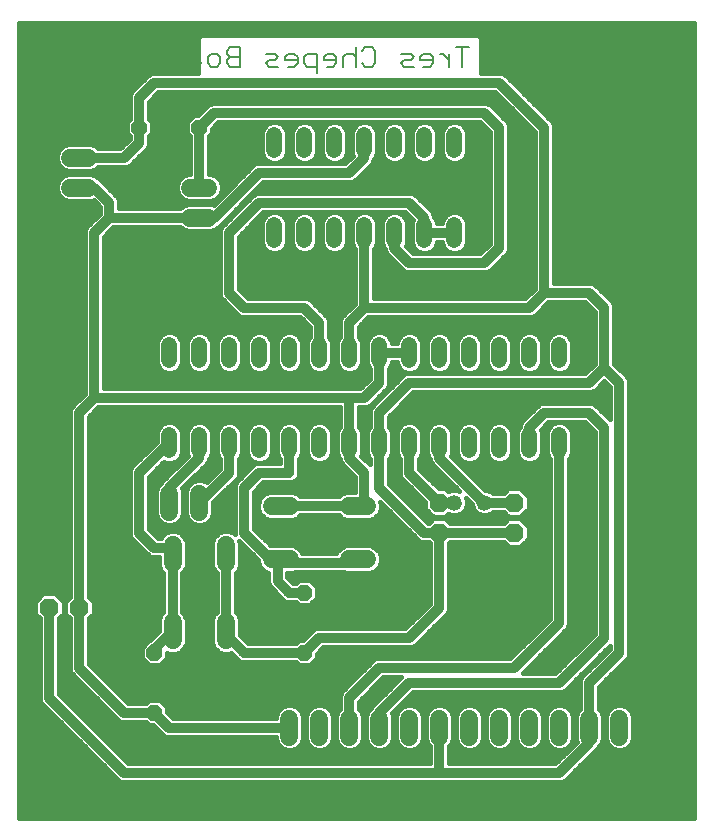
<source format=gbl>
G75*
%MOIN*%
%OFA0B0*%
%FSLAX25Y25*%
%IPPOS*%
%LPD*%
%AMOC8*
5,1,8,0,0,1.08239X$1,22.5*
%
%ADD10C,0.00600*%
%ADD11OC8,0.06300*%
%ADD12C,0.05200*%
%ADD13C,0.06000*%
%ADD14C,0.05200*%
%ADD15OC8,0.05200*%
%ADD16C,0.03200*%
%ADD17C,0.01600*%
D10*
X0046250Y0252100D02*
X0049453Y0252100D01*
X0050521Y0253168D01*
X0050521Y0255303D01*
X0049453Y0256370D01*
X0046250Y0256370D01*
X0046250Y0258505D02*
X0046250Y0252100D01*
X0052689Y0256370D02*
X0053757Y0256370D01*
X0055892Y0254235D01*
X0055892Y0252100D02*
X0055892Y0256370D01*
X0058067Y0255303D02*
X0058067Y0252100D01*
X0061270Y0252100D01*
X0062337Y0253168D01*
X0061270Y0254235D01*
X0058067Y0254235D01*
X0058067Y0255303D02*
X0059135Y0256370D01*
X0061270Y0256370D01*
X0064512Y0255303D02*
X0064512Y0253168D01*
X0065580Y0252100D01*
X0067715Y0252100D01*
X0068783Y0253168D01*
X0068783Y0255303D01*
X0067715Y0256370D01*
X0065580Y0256370D01*
X0064512Y0255303D01*
X0070958Y0256370D02*
X0072026Y0255303D01*
X0075228Y0255303D01*
X0072026Y0255303D02*
X0070958Y0254235D01*
X0070958Y0253168D01*
X0072026Y0252100D01*
X0075228Y0252100D01*
X0075228Y0258505D01*
X0072026Y0258505D01*
X0070958Y0257438D01*
X0070958Y0256370D01*
X0083849Y0256370D02*
X0087052Y0256370D01*
X0088119Y0255303D01*
X0087052Y0254235D01*
X0084917Y0254235D01*
X0083849Y0253168D01*
X0084917Y0252100D01*
X0088119Y0252100D01*
X0090294Y0254235D02*
X0094565Y0254235D01*
X0094565Y0253168D02*
X0094565Y0255303D01*
X0093497Y0256370D01*
X0091362Y0256370D01*
X0090294Y0255303D01*
X0090294Y0254235D01*
X0091362Y0252100D02*
X0093497Y0252100D01*
X0094565Y0253168D01*
X0096740Y0253168D02*
X0097808Y0252100D01*
X0101010Y0252100D01*
X0101010Y0249965D02*
X0101010Y0256370D01*
X0097808Y0256370D01*
X0096740Y0255303D01*
X0096740Y0253168D01*
X0103185Y0254235D02*
X0107456Y0254235D01*
X0107456Y0253168D02*
X0107456Y0255303D01*
X0106388Y0256370D01*
X0104253Y0256370D01*
X0103185Y0255303D01*
X0103185Y0254235D01*
X0104253Y0252100D02*
X0106388Y0252100D01*
X0107456Y0253168D01*
X0109631Y0252100D02*
X0109631Y0255303D01*
X0110699Y0256370D01*
X0112834Y0256370D01*
X0113901Y0255303D01*
X0116076Y0257438D02*
X0117144Y0258505D01*
X0119279Y0258505D01*
X0120347Y0257438D01*
X0120347Y0253168D01*
X0119279Y0252100D01*
X0117144Y0252100D01*
X0116076Y0253168D01*
X0113901Y0252100D02*
X0113901Y0258505D01*
X0128967Y0256370D02*
X0132170Y0256370D01*
X0133238Y0255303D01*
X0132170Y0254235D01*
X0130035Y0254235D01*
X0128967Y0253168D01*
X0130035Y0252100D01*
X0133238Y0252100D01*
X0135413Y0254235D02*
X0139683Y0254235D01*
X0139683Y0253168D02*
X0139683Y0255303D01*
X0138616Y0256370D01*
X0136481Y0256370D01*
X0135413Y0255303D01*
X0135413Y0254235D01*
X0136481Y0252100D02*
X0138616Y0252100D01*
X0139683Y0253168D01*
X0141852Y0256370D02*
X0142919Y0256370D01*
X0145055Y0254235D01*
X0145055Y0252100D02*
X0145055Y0256370D01*
X0147230Y0258505D02*
X0151500Y0258505D01*
X0149365Y0258505D02*
X0149365Y0252100D01*
D11*
X0141800Y0106800D03*
X0141800Y0096800D03*
X0166800Y0096800D03*
X0166800Y0106800D03*
X0021800Y0071800D03*
X0011800Y0071800D03*
D12*
X0051800Y0124200D02*
X0051800Y0129400D01*
X0061800Y0129400D02*
X0061800Y0124200D01*
X0071800Y0124200D02*
X0071800Y0129400D01*
X0081800Y0129400D02*
X0081800Y0124200D01*
X0091800Y0124200D02*
X0091800Y0129400D01*
X0101800Y0129400D02*
X0101800Y0124200D01*
X0111800Y0124200D02*
X0111800Y0129400D01*
X0121800Y0129400D02*
X0121800Y0124200D01*
X0131800Y0124200D02*
X0131800Y0129400D01*
X0141800Y0129400D02*
X0141800Y0124200D01*
X0151800Y0124200D02*
X0151800Y0129400D01*
X0161800Y0129400D02*
X0161800Y0124200D01*
X0171800Y0124200D02*
X0171800Y0129400D01*
X0181800Y0129400D02*
X0181800Y0124200D01*
X0181800Y0154200D02*
X0181800Y0159400D01*
X0171800Y0159400D02*
X0171800Y0154200D01*
X0161800Y0154200D02*
X0161800Y0159400D01*
X0151800Y0159400D02*
X0151800Y0154200D01*
X0141800Y0154200D02*
X0141800Y0159400D01*
X0131800Y0159400D02*
X0131800Y0154200D01*
X0121800Y0154200D02*
X0121800Y0159400D01*
X0111800Y0159400D02*
X0111800Y0154200D01*
X0101800Y0154200D02*
X0101800Y0159400D01*
X0091800Y0159400D02*
X0091800Y0154200D01*
X0081800Y0154200D02*
X0081800Y0159400D01*
X0071800Y0159400D02*
X0071800Y0154200D01*
X0061800Y0154200D02*
X0061800Y0159400D01*
X0051800Y0159400D02*
X0051800Y0154200D01*
X0086800Y0194200D02*
X0086800Y0199400D01*
X0096800Y0199400D02*
X0096800Y0194200D01*
X0106800Y0194200D02*
X0106800Y0199400D01*
X0116800Y0199400D02*
X0116800Y0194200D01*
X0126800Y0194200D02*
X0126800Y0199400D01*
X0136800Y0199400D02*
X0136800Y0194200D01*
X0146800Y0194200D02*
X0146800Y0199400D01*
X0146800Y0224200D02*
X0146800Y0229400D01*
X0136800Y0229400D02*
X0136800Y0224200D01*
X0126800Y0224200D02*
X0126800Y0229400D01*
X0116800Y0229400D02*
X0116800Y0224200D01*
X0106800Y0224200D02*
X0106800Y0229400D01*
X0096800Y0229400D02*
X0096800Y0224200D01*
X0086800Y0224200D02*
X0086800Y0229400D01*
D13*
X0064800Y0211800D02*
X0058800Y0211800D01*
X0058800Y0201800D02*
X0064800Y0201800D01*
X0024800Y0211800D02*
X0018800Y0211800D01*
X0018800Y0221800D02*
X0024800Y0221800D01*
X0051800Y0109800D02*
X0051800Y0103800D01*
X0052900Y0092600D02*
X0052900Y0086600D01*
X0061800Y0103800D02*
X0061800Y0109800D01*
X0070700Y0092600D02*
X0070700Y0086600D01*
X0086000Y0087900D02*
X0092000Y0087900D01*
X0092000Y0105700D02*
X0086000Y0105700D01*
X0111600Y0105700D02*
X0117600Y0105700D01*
X0117600Y0087900D02*
X0111600Y0087900D01*
X0070700Y0067000D02*
X0070700Y0061000D01*
X0052900Y0061000D02*
X0052900Y0067000D01*
X0091800Y0034800D02*
X0091800Y0028800D01*
X0101800Y0028800D02*
X0101800Y0034800D01*
X0111800Y0034800D02*
X0111800Y0028800D01*
X0121800Y0028800D02*
X0121800Y0034800D01*
X0131800Y0034800D02*
X0131800Y0028800D01*
X0141800Y0028800D02*
X0141800Y0034800D01*
X0151800Y0034800D02*
X0151800Y0028800D01*
X0161800Y0028800D02*
X0161800Y0034800D01*
X0171800Y0034800D02*
X0171800Y0028800D01*
X0181800Y0028800D02*
X0181800Y0034800D01*
X0191800Y0034800D02*
X0191800Y0028800D01*
X0201800Y0028800D02*
X0201800Y0034800D01*
D14*
X0156800Y0106800D03*
X0146800Y0106800D03*
D15*
X0096800Y0076800D03*
X0096800Y0056800D03*
X0046800Y0056800D03*
X0046800Y0036800D03*
X0041800Y0231800D03*
X0061800Y0231800D03*
D16*
X0066800Y0236800D01*
X0156800Y0236800D01*
X0161800Y0231800D01*
X0161800Y0191800D01*
X0156800Y0186800D01*
X0131800Y0186800D01*
X0126800Y0191800D01*
X0126800Y0196800D01*
X0131800Y0206800D02*
X0081800Y0206800D01*
X0071800Y0196800D01*
X0071800Y0176800D01*
X0076800Y0171800D01*
X0096800Y0171800D01*
X0101800Y0166800D01*
X0101800Y0156800D01*
X0111800Y0156800D02*
X0111800Y0166800D01*
X0116800Y0171800D01*
X0171800Y0171800D01*
X0176800Y0176800D01*
X0191800Y0176800D01*
X0196800Y0171800D01*
X0196800Y0151800D01*
X0201800Y0146800D01*
X0201800Y0056800D01*
X0191800Y0046800D01*
X0191800Y0031800D01*
X0191800Y0026800D01*
X0181800Y0016800D01*
X0141800Y0016800D01*
X0141800Y0031800D01*
X0141800Y0016800D02*
X0036800Y0016800D01*
X0011800Y0041800D01*
X0011800Y0071800D01*
X0021800Y0071800D02*
X0021800Y0136800D01*
X0026800Y0141800D01*
X0026800Y0196800D01*
X0031800Y0201800D01*
X0031800Y0206800D01*
X0026800Y0211800D01*
X0021800Y0211800D01*
X0021800Y0221800D02*
X0036800Y0221800D01*
X0041800Y0226800D01*
X0041800Y0231800D01*
X0041800Y0241800D01*
X0046800Y0246800D01*
X0161800Y0246800D01*
X0176800Y0231800D01*
X0176800Y0176800D01*
X0196800Y0151800D02*
X0191800Y0146800D01*
X0131800Y0146800D01*
X0121800Y0136800D01*
X0121800Y0126800D01*
X0121800Y0111800D01*
X0136800Y0096800D01*
X0141800Y0096800D01*
X0141800Y0071800D01*
X0131800Y0061800D01*
X0101800Y0061800D01*
X0096800Y0056800D01*
X0076800Y0056800D01*
X0070700Y0062900D01*
X0070700Y0064000D01*
X0070700Y0089600D01*
X0076800Y0096800D02*
X0086800Y0086800D01*
X0087900Y0086800D01*
X0087900Y0080700D01*
X0091800Y0076800D01*
X0096800Y0076800D01*
X0087900Y0086800D02*
X0113500Y0086800D01*
X0114600Y0087900D01*
X0114600Y0105700D02*
X0116800Y0107900D01*
X0116800Y0116800D01*
X0111800Y0121800D01*
X0111800Y0126800D01*
X0111800Y0141800D01*
X0026800Y0141800D01*
X0041800Y0116800D02*
X0041800Y0096800D01*
X0046800Y0091800D01*
X0050700Y0091800D01*
X0052900Y0089600D01*
X0052900Y0064000D01*
X0046800Y0057900D01*
X0046800Y0056800D01*
X0046800Y0036800D02*
X0036800Y0036800D01*
X0021800Y0051800D01*
X0021800Y0071800D01*
X0046800Y0036800D02*
X0051800Y0031800D01*
X0091800Y0031800D01*
X0111800Y0031800D02*
X0111800Y0041800D01*
X0121800Y0051800D01*
X0166800Y0051800D01*
X0181800Y0066800D01*
X0181800Y0126800D01*
X0176800Y0136800D02*
X0191800Y0136800D01*
X0196800Y0131800D01*
X0196800Y0061800D01*
X0181800Y0046800D01*
X0131800Y0046800D01*
X0121800Y0036800D01*
X0121800Y0031800D01*
X0087900Y0086800D02*
X0089000Y0087900D01*
X0076800Y0096800D02*
X0076800Y0111800D01*
X0081800Y0116800D01*
X0091800Y0116800D01*
X0091800Y0126800D01*
X0089000Y0105700D02*
X0114600Y0105700D01*
X0131800Y0116800D02*
X0141800Y0106800D01*
X0146800Y0106800D01*
X0141800Y0096800D02*
X0166800Y0096800D01*
X0166800Y0106800D02*
X0156800Y0106800D01*
X0141800Y0121800D01*
X0141800Y0126800D01*
X0131800Y0126800D02*
X0131800Y0116800D01*
X0116800Y0141800D02*
X0111800Y0141800D01*
X0116800Y0141800D02*
X0121800Y0146800D01*
X0121800Y0156800D01*
X0131800Y0156800D01*
X0116800Y0171800D02*
X0116800Y0196800D01*
X0131800Y0206800D02*
X0136800Y0201800D01*
X0136800Y0196800D01*
X0146800Y0196800D01*
X0116800Y0221800D02*
X0111800Y0216800D01*
X0081800Y0216800D01*
X0066800Y0201800D01*
X0061800Y0201800D01*
X0031800Y0201800D01*
X0061800Y0211800D02*
X0061800Y0231800D01*
X0116800Y0226800D02*
X0116800Y0221800D01*
X0176800Y0136800D02*
X0171800Y0131800D01*
X0171800Y0126800D01*
X0071800Y0126800D02*
X0071800Y0116800D01*
X0061800Y0106800D01*
X0051800Y0106800D02*
X0051800Y0111800D01*
X0061800Y0121800D01*
X0061800Y0126800D01*
X0051800Y0126800D02*
X0041800Y0116800D01*
D17*
X0001800Y0001800D02*
X0001800Y0266800D01*
X0226800Y0266800D01*
X0226800Y0001800D01*
X0001800Y0001800D01*
X0001800Y0003194D02*
X0226800Y0003194D01*
X0226800Y0004793D02*
X0001800Y0004793D01*
X0001800Y0006391D02*
X0226800Y0006391D01*
X0226800Y0007990D02*
X0001800Y0007990D01*
X0001800Y0009588D02*
X0226800Y0009588D01*
X0226800Y0011187D02*
X0001800Y0011187D01*
X0001800Y0012785D02*
X0226800Y0012785D01*
X0226800Y0014384D02*
X0183909Y0014384D01*
X0183613Y0014087D02*
X0184513Y0014987D01*
X0184513Y0014987D01*
X0193613Y0024087D01*
X0194513Y0024987D01*
X0194527Y0025022D01*
X0195700Y0026194D01*
X0196400Y0027885D01*
X0196400Y0035715D01*
X0195700Y0037406D01*
X0195000Y0038105D01*
X0195000Y0045475D01*
X0203613Y0054087D01*
X0204513Y0054987D01*
X0205000Y0056163D01*
X0205000Y0147437D01*
X0204513Y0148613D01*
X0200000Y0153125D01*
X0200000Y0172437D01*
X0199513Y0173613D01*
X0194513Y0178613D01*
X0193613Y0179513D01*
X0192437Y0180000D01*
X0180000Y0180000D01*
X0180000Y0232437D01*
X0179513Y0233613D01*
X0178613Y0234513D01*
X0163613Y0249513D01*
X0162437Y0250000D01*
X0155733Y0250000D01*
X0155733Y0261238D01*
X0155706Y0261446D01*
X0155652Y0261649D01*
X0155571Y0261843D01*
X0155467Y0262024D01*
X0155339Y0262191D01*
X0155191Y0262339D01*
X0155024Y0262467D01*
X0154843Y0262571D01*
X0154649Y0262652D01*
X0154446Y0262706D01*
X0154238Y0262733D01*
X0062739Y0262733D01*
X0062531Y0262706D01*
X0062328Y0262652D01*
X0062134Y0262571D01*
X0061953Y0262467D01*
X0061786Y0262339D01*
X0061638Y0262191D01*
X0061510Y0262024D01*
X0061405Y0261843D01*
X0061325Y0261649D01*
X0061271Y0261446D01*
X0061244Y0261238D01*
X0061244Y0250000D01*
X0046163Y0250000D01*
X0044987Y0249513D01*
X0044087Y0248613D01*
X0039087Y0243613D01*
X0038600Y0242437D01*
X0038600Y0234540D01*
X0037600Y0233540D01*
X0037600Y0230060D01*
X0038600Y0229060D01*
X0038600Y0228125D01*
X0035475Y0225000D01*
X0028105Y0225000D01*
X0027406Y0225700D01*
X0025715Y0226400D01*
X0017885Y0226400D01*
X0016194Y0225700D01*
X0014900Y0224406D01*
X0014200Y0222715D01*
X0014200Y0220885D01*
X0014900Y0219194D01*
X0016194Y0217900D01*
X0017885Y0217200D01*
X0025715Y0217200D01*
X0027406Y0217900D01*
X0028105Y0218600D01*
X0037437Y0218600D01*
X0038613Y0219087D01*
X0039513Y0219987D01*
X0044513Y0224987D01*
X0045000Y0226163D01*
X0045000Y0229060D01*
X0046000Y0230060D01*
X0046000Y0233540D01*
X0045000Y0234540D01*
X0045000Y0240475D01*
X0048125Y0243600D01*
X0160475Y0243600D01*
X0173600Y0230475D01*
X0173600Y0178125D01*
X0170475Y0175000D01*
X0120000Y0175000D01*
X0120000Y0191460D01*
X0120361Y0191821D01*
X0121000Y0193365D01*
X0121000Y0200235D01*
X0120361Y0201779D01*
X0119179Y0202961D01*
X0117635Y0203600D01*
X0115965Y0203600D01*
X0114421Y0202961D01*
X0113239Y0201779D01*
X0112600Y0200235D01*
X0112600Y0193365D01*
X0113239Y0191821D01*
X0113600Y0191460D01*
X0113600Y0173125D01*
X0109987Y0169513D01*
X0109087Y0168613D01*
X0108600Y0167437D01*
X0108600Y0162140D01*
X0108239Y0161779D01*
X0107600Y0160235D01*
X0107600Y0153365D01*
X0108239Y0151821D01*
X0109421Y0150639D01*
X0110965Y0150000D01*
X0112635Y0150000D01*
X0114179Y0150639D01*
X0115361Y0151821D01*
X0116000Y0153365D01*
X0116000Y0160235D01*
X0115361Y0161779D01*
X0115000Y0162140D01*
X0115000Y0165475D01*
X0118125Y0168600D01*
X0172437Y0168600D01*
X0173613Y0169087D01*
X0174513Y0169987D01*
X0178125Y0173600D01*
X0190475Y0173600D01*
X0193600Y0170475D01*
X0193600Y0153125D01*
X0190475Y0150000D01*
X0131163Y0150000D01*
X0129987Y0149513D01*
X0129087Y0148613D01*
X0119087Y0138613D01*
X0118600Y0137437D01*
X0118600Y0132140D01*
X0118239Y0131779D01*
X0117600Y0130235D01*
X0117600Y0123365D01*
X0118239Y0121821D01*
X0118600Y0121460D01*
X0118600Y0119525D01*
X0115637Y0122488D01*
X0116000Y0123365D01*
X0116000Y0130235D01*
X0115361Y0131779D01*
X0115000Y0132140D01*
X0115000Y0138600D01*
X0117437Y0138600D01*
X0118613Y0139087D01*
X0124513Y0144987D01*
X0125000Y0146163D01*
X0125000Y0151460D01*
X0125361Y0151821D01*
X0126000Y0153365D01*
X0126000Y0153600D01*
X0127600Y0153600D01*
X0127600Y0153365D01*
X0128239Y0151821D01*
X0129421Y0150639D01*
X0130965Y0150000D01*
X0132635Y0150000D01*
X0134179Y0150639D01*
X0135361Y0151821D01*
X0136000Y0153365D01*
X0136000Y0160235D01*
X0135361Y0161779D01*
X0134179Y0162961D01*
X0132635Y0163600D01*
X0130965Y0163600D01*
X0129421Y0162961D01*
X0128239Y0161779D01*
X0127600Y0160235D01*
X0127600Y0160000D01*
X0126000Y0160000D01*
X0126000Y0160235D01*
X0125361Y0161779D01*
X0124179Y0162961D01*
X0122635Y0163600D01*
X0120965Y0163600D01*
X0119421Y0162961D01*
X0118239Y0161779D01*
X0117600Y0160235D01*
X0117600Y0153365D01*
X0118239Y0151821D01*
X0118600Y0151460D01*
X0118600Y0148125D01*
X0115475Y0145000D01*
X0030000Y0145000D01*
X0030000Y0195475D01*
X0033125Y0198600D01*
X0055495Y0198600D01*
X0056194Y0197900D01*
X0057885Y0197200D01*
X0065715Y0197200D01*
X0067406Y0197900D01*
X0068578Y0199073D01*
X0068613Y0199087D01*
X0069513Y0199987D01*
X0083125Y0213600D01*
X0112437Y0213600D01*
X0113613Y0214087D01*
X0119513Y0219987D01*
X0120000Y0221163D01*
X0120000Y0221460D01*
X0120361Y0221821D01*
X0121000Y0223365D01*
X0121000Y0230235D01*
X0120361Y0231779D01*
X0119179Y0232961D01*
X0117635Y0233600D01*
X0115965Y0233600D01*
X0114421Y0232961D01*
X0113239Y0231779D01*
X0112600Y0230235D01*
X0112600Y0223365D01*
X0112963Y0222488D01*
X0110475Y0220000D01*
X0081163Y0220000D01*
X0079987Y0219513D01*
X0066535Y0206060D01*
X0065715Y0206400D01*
X0057885Y0206400D01*
X0056194Y0205700D01*
X0055495Y0205000D01*
X0035000Y0205000D01*
X0035000Y0207437D01*
X0034513Y0208613D01*
X0029513Y0213613D01*
X0028613Y0214513D01*
X0028578Y0214527D01*
X0027406Y0215700D01*
X0025715Y0216400D01*
X0017885Y0216400D01*
X0016194Y0215700D01*
X0014900Y0214406D01*
X0014200Y0212715D01*
X0014200Y0210885D01*
X0014900Y0209194D01*
X0016194Y0207900D01*
X0017885Y0207200D01*
X0025715Y0207200D01*
X0026535Y0207540D01*
X0028600Y0205475D01*
X0028600Y0203125D01*
X0024987Y0199513D01*
X0024087Y0198613D01*
X0023600Y0197437D01*
X0023600Y0143125D01*
X0019087Y0138613D01*
X0018600Y0137437D01*
X0018600Y0075317D01*
X0017050Y0073768D01*
X0017050Y0069832D01*
X0018600Y0068282D01*
X0018600Y0051163D01*
X0019087Y0049987D01*
X0019987Y0049087D01*
X0034987Y0034087D01*
X0036163Y0033600D01*
X0044060Y0033600D01*
X0045060Y0032600D01*
X0046475Y0032600D01*
X0049087Y0029987D01*
X0049987Y0029087D01*
X0051163Y0028600D01*
X0087200Y0028600D01*
X0087200Y0027885D01*
X0087900Y0026194D01*
X0089194Y0024900D01*
X0090885Y0024200D01*
X0092715Y0024200D01*
X0094406Y0024900D01*
X0095700Y0026194D01*
X0096400Y0027885D01*
X0096400Y0035715D01*
X0095700Y0037406D01*
X0094406Y0038700D01*
X0092715Y0039400D01*
X0090885Y0039400D01*
X0089194Y0038700D01*
X0087900Y0037406D01*
X0087200Y0035715D01*
X0087200Y0035000D01*
X0053125Y0035000D01*
X0051000Y0037125D01*
X0051000Y0038540D01*
X0048540Y0041000D01*
X0045060Y0041000D01*
X0044060Y0040000D01*
X0038125Y0040000D01*
X0025000Y0053125D01*
X0025000Y0068282D01*
X0026550Y0069832D01*
X0026550Y0073768D01*
X0025000Y0075317D01*
X0025000Y0135475D01*
X0028125Y0138600D01*
X0108600Y0138600D01*
X0108600Y0132140D01*
X0108239Y0131779D01*
X0107600Y0130235D01*
X0107600Y0123365D01*
X0108239Y0121821D01*
X0108600Y0121460D01*
X0108600Y0121163D01*
X0109087Y0119987D01*
X0113600Y0115475D01*
X0113600Y0110300D01*
X0110685Y0110300D01*
X0108994Y0109600D01*
X0108295Y0108900D01*
X0095305Y0108900D01*
X0094606Y0109600D01*
X0092915Y0110300D01*
X0085085Y0110300D01*
X0083394Y0109600D01*
X0082100Y0108306D01*
X0081400Y0106615D01*
X0081400Y0104785D01*
X0082100Y0103094D01*
X0083394Y0101800D01*
X0085085Y0101100D01*
X0092915Y0101100D01*
X0094606Y0101800D01*
X0095305Y0102500D01*
X0108295Y0102500D01*
X0108994Y0101800D01*
X0110685Y0101100D01*
X0118515Y0101100D01*
X0120206Y0101800D01*
X0121500Y0103094D01*
X0122200Y0104785D01*
X0122200Y0106615D01*
X0122016Y0107058D01*
X0134087Y0094987D01*
X0134987Y0094087D01*
X0136163Y0093600D01*
X0138282Y0093600D01*
X0138600Y0093282D01*
X0138600Y0073125D01*
X0130475Y0065000D01*
X0101163Y0065000D01*
X0099987Y0064513D01*
X0096475Y0061000D01*
X0095060Y0061000D01*
X0094060Y0060000D01*
X0078125Y0060000D01*
X0075300Y0062825D01*
X0075300Y0067915D01*
X0074600Y0069606D01*
X0073900Y0070305D01*
X0073900Y0083295D01*
X0074600Y0083994D01*
X0075300Y0085685D01*
X0075300Y0093515D01*
X0075116Y0093958D01*
X0081400Y0087675D01*
X0081400Y0086985D01*
X0082100Y0085294D01*
X0083394Y0084000D01*
X0084700Y0083459D01*
X0084700Y0080063D01*
X0085187Y0078887D01*
X0089087Y0074987D01*
X0089987Y0074087D01*
X0091163Y0073600D01*
X0094060Y0073600D01*
X0095060Y0072600D01*
X0098540Y0072600D01*
X0101000Y0075060D01*
X0101000Y0078540D01*
X0098540Y0081000D01*
X0095060Y0081000D01*
X0094060Y0080000D01*
X0093125Y0080000D01*
X0091100Y0082025D01*
X0091100Y0083300D01*
X0092915Y0083300D01*
X0093639Y0083600D01*
X0109961Y0083600D01*
X0110685Y0083300D01*
X0118515Y0083300D01*
X0120206Y0084000D01*
X0121500Y0085294D01*
X0122200Y0086985D01*
X0122200Y0088815D01*
X0121500Y0090506D01*
X0120206Y0091800D01*
X0118515Y0092500D01*
X0110685Y0092500D01*
X0108994Y0091800D01*
X0107700Y0090506D01*
X0107491Y0090000D01*
X0096109Y0090000D01*
X0095900Y0090506D01*
X0094606Y0091800D01*
X0092915Y0092500D01*
X0085625Y0092500D01*
X0080000Y0098125D01*
X0080000Y0110475D01*
X0083125Y0113600D01*
X0092437Y0113600D01*
X0093613Y0114087D01*
X0094513Y0114987D01*
X0095000Y0116163D01*
X0095000Y0121460D01*
X0095361Y0121821D01*
X0096000Y0123365D01*
X0096000Y0130235D01*
X0095361Y0131779D01*
X0094179Y0132961D01*
X0092635Y0133600D01*
X0090965Y0133600D01*
X0089421Y0132961D01*
X0088239Y0131779D01*
X0087600Y0130235D01*
X0087600Y0123365D01*
X0088239Y0121821D01*
X0088600Y0121460D01*
X0088600Y0120000D01*
X0081163Y0120000D01*
X0079987Y0119513D01*
X0074987Y0114513D01*
X0074087Y0113613D01*
X0073600Y0112437D01*
X0073600Y0096205D01*
X0073306Y0096500D01*
X0071615Y0097200D01*
X0069785Y0097200D01*
X0068094Y0096500D01*
X0066800Y0095206D01*
X0066100Y0093515D01*
X0066100Y0085685D01*
X0066800Y0083994D01*
X0067500Y0083295D01*
X0067500Y0070305D01*
X0066800Y0069606D01*
X0066100Y0067915D01*
X0066100Y0060085D01*
X0066800Y0058394D01*
X0068094Y0057100D01*
X0069785Y0056400D01*
X0071615Y0056400D01*
X0072364Y0056710D01*
X0074087Y0054987D01*
X0074987Y0054087D01*
X0076163Y0053600D01*
X0094060Y0053600D01*
X0095060Y0052600D01*
X0098540Y0052600D01*
X0101000Y0055060D01*
X0101000Y0056475D01*
X0103125Y0058600D01*
X0132437Y0058600D01*
X0133613Y0059087D01*
X0134513Y0059987D01*
X0144513Y0069987D01*
X0145000Y0071163D01*
X0145000Y0093282D01*
X0145318Y0093600D01*
X0163282Y0093600D01*
X0164832Y0092050D01*
X0168768Y0092050D01*
X0171550Y0094832D01*
X0171550Y0098768D01*
X0168768Y0101550D01*
X0164832Y0101550D01*
X0163282Y0100000D01*
X0145318Y0100000D01*
X0143768Y0101550D01*
X0139832Y0101550D01*
X0138282Y0100000D01*
X0138125Y0100000D01*
X0125000Y0113125D01*
X0125000Y0121460D01*
X0125361Y0121821D01*
X0126000Y0123365D01*
X0126000Y0130235D01*
X0125361Y0131779D01*
X0125000Y0132140D01*
X0125000Y0135475D01*
X0133125Y0143600D01*
X0192437Y0143600D01*
X0193613Y0144087D01*
X0196800Y0147275D01*
X0198600Y0145475D01*
X0198600Y0134525D01*
X0193613Y0139513D01*
X0192437Y0140000D01*
X0176163Y0140000D01*
X0174987Y0139513D01*
X0174087Y0138613D01*
X0169087Y0133613D01*
X0168600Y0132437D01*
X0168600Y0132140D01*
X0168239Y0131779D01*
X0167600Y0130235D01*
X0167600Y0123365D01*
X0168239Y0121821D01*
X0169421Y0120639D01*
X0170965Y0120000D01*
X0172635Y0120000D01*
X0174179Y0120639D01*
X0175361Y0121821D01*
X0176000Y0123365D01*
X0176000Y0130235D01*
X0175637Y0131112D01*
X0178125Y0133600D01*
X0190475Y0133600D01*
X0193600Y0130475D01*
X0193600Y0063125D01*
X0180475Y0050000D01*
X0169525Y0050000D01*
X0183613Y0064087D01*
X0184513Y0064987D01*
X0185000Y0066163D01*
X0185000Y0121460D01*
X0185361Y0121821D01*
X0186000Y0123365D01*
X0186000Y0130235D01*
X0185361Y0131779D01*
X0184179Y0132961D01*
X0182635Y0133600D01*
X0180965Y0133600D01*
X0179421Y0132961D01*
X0178239Y0131779D01*
X0177600Y0130235D01*
X0177600Y0123365D01*
X0178239Y0121821D01*
X0178600Y0121460D01*
X0178600Y0068125D01*
X0165475Y0055000D01*
X0121163Y0055000D01*
X0119987Y0054513D01*
X0109087Y0043613D01*
X0108600Y0042437D01*
X0108600Y0038105D01*
X0107900Y0037406D01*
X0107200Y0035715D01*
X0107200Y0027885D01*
X0107900Y0026194D01*
X0109194Y0024900D01*
X0110885Y0024200D01*
X0112715Y0024200D01*
X0114406Y0024900D01*
X0115700Y0026194D01*
X0116400Y0027885D01*
X0116400Y0035715D01*
X0115700Y0037406D01*
X0115000Y0038105D01*
X0115000Y0040475D01*
X0123125Y0048600D01*
X0129075Y0048600D01*
X0119987Y0039513D01*
X0119087Y0038613D01*
X0119073Y0038578D01*
X0117900Y0037406D01*
X0117200Y0035715D01*
X0117200Y0027885D01*
X0117900Y0026194D01*
X0119194Y0024900D01*
X0120885Y0024200D01*
X0122715Y0024200D01*
X0124406Y0024900D01*
X0125700Y0026194D01*
X0126400Y0027885D01*
X0126400Y0035715D01*
X0126060Y0036535D01*
X0133125Y0043600D01*
X0182437Y0043600D01*
X0183613Y0044087D01*
X0184513Y0044987D01*
X0198600Y0059075D01*
X0198600Y0058125D01*
X0189087Y0048613D01*
X0188600Y0047437D01*
X0188600Y0038105D01*
X0187900Y0037406D01*
X0187200Y0035715D01*
X0187200Y0027885D01*
X0187540Y0027065D01*
X0180475Y0020000D01*
X0145000Y0020000D01*
X0145000Y0025495D01*
X0145700Y0026194D01*
X0146400Y0027885D01*
X0146400Y0035715D01*
X0145700Y0037406D01*
X0144406Y0038700D01*
X0142715Y0039400D01*
X0140885Y0039400D01*
X0139194Y0038700D01*
X0137900Y0037406D01*
X0137200Y0035715D01*
X0137200Y0027885D01*
X0137900Y0026194D01*
X0138600Y0025495D01*
X0138600Y0020000D01*
X0038125Y0020000D01*
X0015000Y0043125D01*
X0015000Y0068282D01*
X0016550Y0069832D01*
X0016550Y0073768D01*
X0013768Y0076550D01*
X0009832Y0076550D01*
X0007050Y0073768D01*
X0007050Y0069832D01*
X0008600Y0068282D01*
X0008600Y0041163D01*
X0009087Y0039987D01*
X0034087Y0014987D01*
X0034987Y0014087D01*
X0036163Y0013600D01*
X0182437Y0013600D01*
X0183613Y0014087D01*
X0185508Y0015982D02*
X0226800Y0015982D01*
X0226800Y0017581D02*
X0187106Y0017581D01*
X0188705Y0019179D02*
X0226800Y0019179D01*
X0226800Y0020778D02*
X0190303Y0020778D01*
X0191902Y0022376D02*
X0226800Y0022376D01*
X0226800Y0023975D02*
X0193500Y0023975D01*
X0193613Y0024087D02*
X0193613Y0024087D01*
X0195079Y0025573D02*
X0198521Y0025573D01*
X0197900Y0026194D02*
X0199194Y0024900D01*
X0200885Y0024200D01*
X0202715Y0024200D01*
X0204406Y0024900D01*
X0205700Y0026194D01*
X0206400Y0027885D01*
X0206400Y0035715D01*
X0205700Y0037406D01*
X0204406Y0038700D01*
X0202715Y0039400D01*
X0200885Y0039400D01*
X0199194Y0038700D01*
X0197900Y0037406D01*
X0197200Y0035715D01*
X0197200Y0027885D01*
X0197900Y0026194D01*
X0197495Y0027172D02*
X0196105Y0027172D01*
X0196400Y0028770D02*
X0197200Y0028770D01*
X0197200Y0030369D02*
X0196400Y0030369D01*
X0196400Y0031967D02*
X0197200Y0031967D01*
X0197200Y0033566D02*
X0196400Y0033566D01*
X0196400Y0035164D02*
X0197200Y0035164D01*
X0197634Y0036763D02*
X0195966Y0036763D01*
X0195000Y0038361D02*
X0198856Y0038361D01*
X0195000Y0039960D02*
X0226800Y0039960D01*
X0226800Y0041558D02*
X0195000Y0041558D01*
X0195000Y0043157D02*
X0226800Y0043157D01*
X0226800Y0044755D02*
X0195000Y0044755D01*
X0195879Y0046354D02*
X0226800Y0046354D01*
X0226800Y0047952D02*
X0197478Y0047952D01*
X0199076Y0049551D02*
X0226800Y0049551D01*
X0226800Y0051149D02*
X0200675Y0051149D01*
X0202273Y0052748D02*
X0226800Y0052748D01*
X0226800Y0054346D02*
X0203872Y0054346D01*
X0204909Y0055945D02*
X0226800Y0055945D01*
X0226800Y0057543D02*
X0205000Y0057543D01*
X0205000Y0059142D02*
X0226800Y0059142D01*
X0226800Y0060740D02*
X0205000Y0060740D01*
X0205000Y0062339D02*
X0226800Y0062339D01*
X0226800Y0063937D02*
X0205000Y0063937D01*
X0205000Y0065536D02*
X0226800Y0065536D01*
X0226800Y0067134D02*
X0205000Y0067134D01*
X0205000Y0068733D02*
X0226800Y0068733D01*
X0226800Y0070332D02*
X0205000Y0070332D01*
X0205000Y0071930D02*
X0226800Y0071930D01*
X0226800Y0073529D02*
X0205000Y0073529D01*
X0205000Y0075127D02*
X0226800Y0075127D01*
X0226800Y0076726D02*
X0205000Y0076726D01*
X0205000Y0078324D02*
X0226800Y0078324D01*
X0226800Y0079923D02*
X0205000Y0079923D01*
X0205000Y0081521D02*
X0226800Y0081521D01*
X0226800Y0083120D02*
X0205000Y0083120D01*
X0205000Y0084718D02*
X0226800Y0084718D01*
X0226800Y0086317D02*
X0205000Y0086317D01*
X0205000Y0087915D02*
X0226800Y0087915D01*
X0226800Y0089514D02*
X0205000Y0089514D01*
X0205000Y0091112D02*
X0226800Y0091112D01*
X0226800Y0092711D02*
X0205000Y0092711D01*
X0205000Y0094309D02*
X0226800Y0094309D01*
X0226800Y0095908D02*
X0205000Y0095908D01*
X0205000Y0097506D02*
X0226800Y0097506D01*
X0226800Y0099105D02*
X0205000Y0099105D01*
X0205000Y0100703D02*
X0226800Y0100703D01*
X0226800Y0102302D02*
X0205000Y0102302D01*
X0205000Y0103900D02*
X0226800Y0103900D01*
X0226800Y0105499D02*
X0205000Y0105499D01*
X0205000Y0107097D02*
X0226800Y0107097D01*
X0226800Y0108696D02*
X0205000Y0108696D01*
X0205000Y0110294D02*
X0226800Y0110294D01*
X0226800Y0111893D02*
X0205000Y0111893D01*
X0205000Y0113491D02*
X0226800Y0113491D01*
X0226800Y0115090D02*
X0205000Y0115090D01*
X0205000Y0116688D02*
X0226800Y0116688D01*
X0226800Y0118287D02*
X0205000Y0118287D01*
X0205000Y0119885D02*
X0226800Y0119885D01*
X0226800Y0121484D02*
X0205000Y0121484D01*
X0205000Y0123082D02*
X0226800Y0123082D01*
X0226800Y0124681D02*
X0205000Y0124681D01*
X0205000Y0126279D02*
X0226800Y0126279D01*
X0226800Y0127878D02*
X0205000Y0127878D01*
X0205000Y0129476D02*
X0226800Y0129476D01*
X0226800Y0131075D02*
X0205000Y0131075D01*
X0205000Y0132673D02*
X0226800Y0132673D01*
X0226800Y0134272D02*
X0205000Y0134272D01*
X0205000Y0135870D02*
X0226800Y0135870D01*
X0226800Y0137469D02*
X0205000Y0137469D01*
X0205000Y0139068D02*
X0226800Y0139068D01*
X0226800Y0140666D02*
X0205000Y0140666D01*
X0205000Y0142265D02*
X0226800Y0142265D01*
X0226800Y0143863D02*
X0205000Y0143863D01*
X0205000Y0145462D02*
X0226800Y0145462D01*
X0226800Y0147060D02*
X0205000Y0147060D01*
X0204467Y0148659D02*
X0226800Y0148659D01*
X0226800Y0150257D02*
X0202868Y0150257D01*
X0201270Y0151856D02*
X0226800Y0151856D01*
X0226800Y0153454D02*
X0200000Y0153454D01*
X0200000Y0155053D02*
X0226800Y0155053D01*
X0226800Y0156651D02*
X0200000Y0156651D01*
X0200000Y0158250D02*
X0226800Y0158250D01*
X0226800Y0159848D02*
X0200000Y0159848D01*
X0200000Y0161447D02*
X0226800Y0161447D01*
X0226800Y0163045D02*
X0200000Y0163045D01*
X0200000Y0164644D02*
X0226800Y0164644D01*
X0226800Y0166242D02*
X0200000Y0166242D01*
X0200000Y0167841D02*
X0226800Y0167841D01*
X0226800Y0169439D02*
X0200000Y0169439D01*
X0200000Y0171038D02*
X0226800Y0171038D01*
X0226800Y0172636D02*
X0199917Y0172636D01*
X0198891Y0174235D02*
X0226800Y0174235D01*
X0226800Y0175833D02*
X0197292Y0175833D01*
X0195694Y0177432D02*
X0226800Y0177432D01*
X0226800Y0179030D02*
X0194095Y0179030D01*
X0191438Y0172636D02*
X0177162Y0172636D01*
X0175563Y0171038D02*
X0193037Y0171038D01*
X0193600Y0169439D02*
X0173965Y0169439D01*
X0171308Y0175833D02*
X0120000Y0175833D01*
X0120000Y0177432D02*
X0172906Y0177432D01*
X0173600Y0179030D02*
X0120000Y0179030D01*
X0120000Y0180629D02*
X0173600Y0180629D01*
X0173600Y0182227D02*
X0120000Y0182227D01*
X0120000Y0183826D02*
X0130618Y0183826D01*
X0131163Y0183600D02*
X0157437Y0183600D01*
X0158613Y0184087D01*
X0159513Y0184987D01*
X0164513Y0189987D01*
X0165000Y0191163D01*
X0165000Y0232437D01*
X0164513Y0233613D01*
X0163613Y0234513D01*
X0158613Y0239513D01*
X0157437Y0240000D01*
X0066163Y0240000D01*
X0064987Y0239513D01*
X0064087Y0238613D01*
X0061475Y0236000D01*
X0060060Y0236000D01*
X0057600Y0233540D01*
X0057600Y0230060D01*
X0058600Y0229060D01*
X0058600Y0216400D01*
X0057885Y0216400D01*
X0056194Y0215700D01*
X0054900Y0214406D01*
X0054200Y0212715D01*
X0054200Y0210885D01*
X0054900Y0209194D01*
X0056194Y0207900D01*
X0057885Y0207200D01*
X0065715Y0207200D01*
X0067406Y0207900D01*
X0068700Y0209194D01*
X0069400Y0210885D01*
X0069400Y0212715D01*
X0068700Y0214406D01*
X0067406Y0215700D01*
X0065715Y0216400D01*
X0065000Y0216400D01*
X0065000Y0229060D01*
X0066000Y0230060D01*
X0066000Y0231475D01*
X0068125Y0233600D01*
X0155475Y0233600D01*
X0158600Y0230475D01*
X0158600Y0193125D01*
X0155475Y0190000D01*
X0133125Y0190000D01*
X0130637Y0192488D01*
X0131000Y0193365D01*
X0131000Y0200235D01*
X0130361Y0201779D01*
X0129179Y0202961D01*
X0127635Y0203600D01*
X0125965Y0203600D01*
X0124421Y0202961D01*
X0123239Y0201779D01*
X0122600Y0200235D01*
X0122600Y0193365D01*
X0123239Y0191821D01*
X0123600Y0191460D01*
X0123600Y0191163D01*
X0124087Y0189987D01*
X0124987Y0189087D01*
X0124987Y0189087D01*
X0129087Y0184987D01*
X0129987Y0184087D01*
X0131163Y0183600D01*
X0129087Y0184987D02*
X0129087Y0184987D01*
X0128650Y0185424D02*
X0120000Y0185424D01*
X0120000Y0187023D02*
X0127052Y0187023D01*
X0125453Y0188621D02*
X0120000Y0188621D01*
X0120000Y0190220D02*
X0123991Y0190220D01*
X0123242Y0191818D02*
X0120358Y0191818D01*
X0121000Y0193417D02*
X0122600Y0193417D01*
X0122600Y0195015D02*
X0121000Y0195015D01*
X0121000Y0196614D02*
X0122600Y0196614D01*
X0122600Y0198212D02*
X0121000Y0198212D01*
X0121000Y0199811D02*
X0122600Y0199811D01*
X0123086Y0201409D02*
X0120514Y0201409D01*
X0119065Y0203008D02*
X0124535Y0203008D01*
X0129065Y0203008D02*
X0131067Y0203008D01*
X0130475Y0203600D02*
X0132963Y0201112D01*
X0132600Y0200235D01*
X0132600Y0193365D01*
X0133239Y0191821D01*
X0134421Y0190639D01*
X0135965Y0190000D01*
X0137635Y0190000D01*
X0139179Y0190639D01*
X0140361Y0191821D01*
X0141000Y0193365D01*
X0141000Y0193600D01*
X0142600Y0193600D01*
X0142600Y0193365D01*
X0143239Y0191821D01*
X0144421Y0190639D01*
X0145965Y0190000D01*
X0147635Y0190000D01*
X0149179Y0190639D01*
X0150361Y0191821D01*
X0151000Y0193365D01*
X0151000Y0200235D01*
X0150361Y0201779D01*
X0149179Y0202961D01*
X0147635Y0203600D01*
X0145965Y0203600D01*
X0144421Y0202961D01*
X0143239Y0201779D01*
X0142600Y0200235D01*
X0142600Y0200000D01*
X0141000Y0200000D01*
X0141000Y0200235D01*
X0140361Y0201779D01*
X0140000Y0202140D01*
X0140000Y0202437D01*
X0139513Y0203613D01*
X0134513Y0208613D01*
X0133613Y0209513D01*
X0132437Y0210000D01*
X0081163Y0210000D01*
X0079987Y0209513D01*
X0069987Y0199513D01*
X0069087Y0198613D01*
X0068600Y0197437D01*
X0068600Y0176163D01*
X0069087Y0174987D01*
X0074087Y0169987D01*
X0074987Y0169087D01*
X0076163Y0168600D01*
X0095475Y0168600D01*
X0098600Y0165475D01*
X0098600Y0162140D01*
X0098239Y0161779D01*
X0097600Y0160235D01*
X0097600Y0153365D01*
X0098239Y0151821D01*
X0099421Y0150639D01*
X0100965Y0150000D01*
X0102635Y0150000D01*
X0104179Y0150639D01*
X0105361Y0151821D01*
X0106000Y0153365D01*
X0106000Y0160235D01*
X0105361Y0161779D01*
X0105000Y0162140D01*
X0105000Y0167437D01*
X0104513Y0168613D01*
X0103613Y0169513D01*
X0098613Y0174513D01*
X0097437Y0175000D01*
X0078125Y0175000D01*
X0075000Y0178125D01*
X0075000Y0195475D01*
X0083125Y0203600D01*
X0130475Y0203600D01*
X0130514Y0201409D02*
X0132665Y0201409D01*
X0132600Y0199811D02*
X0131000Y0199811D01*
X0131000Y0198212D02*
X0132600Y0198212D01*
X0132600Y0196614D02*
X0131000Y0196614D01*
X0131000Y0195015D02*
X0132600Y0195015D01*
X0132600Y0193417D02*
X0131000Y0193417D01*
X0131307Y0191818D02*
X0133242Y0191818D01*
X0132906Y0190220D02*
X0135434Y0190220D01*
X0138166Y0190220D02*
X0145434Y0190220D01*
X0143242Y0191818D02*
X0140358Y0191818D01*
X0141000Y0193417D02*
X0142600Y0193417D01*
X0148166Y0190220D02*
X0155694Y0190220D01*
X0157293Y0191818D02*
X0150358Y0191818D01*
X0151000Y0193417D02*
X0158600Y0193417D01*
X0158600Y0195015D02*
X0151000Y0195015D01*
X0151000Y0196614D02*
X0158600Y0196614D01*
X0158600Y0198212D02*
X0151000Y0198212D01*
X0151000Y0199811D02*
X0158600Y0199811D01*
X0158600Y0201409D02*
X0150514Y0201409D01*
X0149065Y0203008D02*
X0158600Y0203008D01*
X0158600Y0204606D02*
X0138519Y0204606D01*
X0139763Y0203008D02*
X0144535Y0203008D01*
X0143086Y0201409D02*
X0140514Y0201409D01*
X0136920Y0206205D02*
X0158600Y0206205D01*
X0158600Y0207803D02*
X0135322Y0207803D01*
X0133723Y0209402D02*
X0158600Y0209402D01*
X0158600Y0211001D02*
X0080526Y0211001D01*
X0079877Y0209402D02*
X0078927Y0209402D01*
X0078278Y0207803D02*
X0077329Y0207803D01*
X0076680Y0206205D02*
X0075730Y0206205D01*
X0075081Y0204606D02*
X0074132Y0204606D01*
X0073482Y0203008D02*
X0072533Y0203008D01*
X0071884Y0201409D02*
X0070935Y0201409D01*
X0070285Y0199811D02*
X0069336Y0199811D01*
X0068921Y0198212D02*
X0067718Y0198212D01*
X0068600Y0196614D02*
X0031139Y0196614D01*
X0030000Y0195015D02*
X0068600Y0195015D01*
X0068600Y0193417D02*
X0030000Y0193417D01*
X0030000Y0191818D02*
X0068600Y0191818D01*
X0068600Y0190220D02*
X0030000Y0190220D01*
X0030000Y0188621D02*
X0068600Y0188621D01*
X0068600Y0187023D02*
X0030000Y0187023D01*
X0030000Y0185424D02*
X0068600Y0185424D01*
X0068600Y0183826D02*
X0030000Y0183826D01*
X0030000Y0182227D02*
X0068600Y0182227D01*
X0068600Y0180629D02*
X0030000Y0180629D01*
X0030000Y0179030D02*
X0068600Y0179030D01*
X0068600Y0177432D02*
X0030000Y0177432D01*
X0030000Y0175833D02*
X0068737Y0175833D01*
X0069840Y0174235D02*
X0030000Y0174235D01*
X0030000Y0172636D02*
X0071438Y0172636D01*
X0073037Y0171038D02*
X0030000Y0171038D01*
X0030000Y0169439D02*
X0074635Y0169439D01*
X0077292Y0175833D02*
X0113600Y0175833D01*
X0113600Y0174235D02*
X0098891Y0174235D01*
X0100489Y0172636D02*
X0113111Y0172636D01*
X0111512Y0171038D02*
X0102088Y0171038D01*
X0103686Y0169439D02*
X0109914Y0169439D01*
X0108767Y0167841D02*
X0104833Y0167841D01*
X0105000Y0166242D02*
X0108600Y0166242D01*
X0108600Y0164644D02*
X0105000Y0164644D01*
X0105000Y0163045D02*
X0108600Y0163045D01*
X0108102Y0161447D02*
X0105498Y0161447D01*
X0106000Y0159848D02*
X0107600Y0159848D01*
X0107600Y0158250D02*
X0106000Y0158250D01*
X0106000Y0156651D02*
X0107600Y0156651D01*
X0107600Y0155053D02*
X0106000Y0155053D01*
X0106000Y0153454D02*
X0107600Y0153454D01*
X0108225Y0151856D02*
X0105375Y0151856D01*
X0103256Y0150257D02*
X0110344Y0150257D01*
X0113256Y0150257D02*
X0118600Y0150257D01*
X0118600Y0148659D02*
X0030000Y0148659D01*
X0030000Y0150257D02*
X0050344Y0150257D01*
X0050965Y0150000D02*
X0052635Y0150000D01*
X0054179Y0150639D01*
X0055361Y0151821D01*
X0056000Y0153365D01*
X0056000Y0160235D01*
X0055361Y0161779D01*
X0054179Y0162961D01*
X0052635Y0163600D01*
X0050965Y0163600D01*
X0049421Y0162961D01*
X0048239Y0161779D01*
X0047600Y0160235D01*
X0047600Y0153365D01*
X0048239Y0151821D01*
X0049421Y0150639D01*
X0050965Y0150000D01*
X0053256Y0150257D02*
X0060344Y0150257D01*
X0060965Y0150000D02*
X0062635Y0150000D01*
X0064179Y0150639D01*
X0065361Y0151821D01*
X0066000Y0153365D01*
X0066000Y0160235D01*
X0065361Y0161779D01*
X0064179Y0162961D01*
X0062635Y0163600D01*
X0060965Y0163600D01*
X0059421Y0162961D01*
X0058239Y0161779D01*
X0057600Y0160235D01*
X0057600Y0153365D01*
X0058239Y0151821D01*
X0059421Y0150639D01*
X0060965Y0150000D01*
X0063256Y0150257D02*
X0070344Y0150257D01*
X0070965Y0150000D02*
X0069421Y0150639D01*
X0068239Y0151821D01*
X0067600Y0153365D01*
X0067600Y0160235D01*
X0068239Y0161779D01*
X0069421Y0162961D01*
X0070965Y0163600D01*
X0072635Y0163600D01*
X0074179Y0162961D01*
X0075361Y0161779D01*
X0076000Y0160235D01*
X0076000Y0153365D01*
X0075361Y0151821D01*
X0074179Y0150639D01*
X0072635Y0150000D01*
X0070965Y0150000D01*
X0073256Y0150257D02*
X0080344Y0150257D01*
X0080965Y0150000D02*
X0082635Y0150000D01*
X0084179Y0150639D01*
X0085361Y0151821D01*
X0086000Y0153365D01*
X0086000Y0160235D01*
X0085361Y0161779D01*
X0084179Y0162961D01*
X0082635Y0163600D01*
X0080965Y0163600D01*
X0079421Y0162961D01*
X0078239Y0161779D01*
X0077600Y0160235D01*
X0077600Y0153365D01*
X0078239Y0151821D01*
X0079421Y0150639D01*
X0080965Y0150000D01*
X0083256Y0150257D02*
X0090344Y0150257D01*
X0090965Y0150000D02*
X0092635Y0150000D01*
X0094179Y0150639D01*
X0095361Y0151821D01*
X0096000Y0153365D01*
X0096000Y0160235D01*
X0095361Y0161779D01*
X0094179Y0162961D01*
X0092635Y0163600D01*
X0090965Y0163600D01*
X0089421Y0162961D01*
X0088239Y0161779D01*
X0087600Y0160235D01*
X0087600Y0153365D01*
X0088239Y0151821D01*
X0089421Y0150639D01*
X0090965Y0150000D01*
X0093256Y0150257D02*
X0100344Y0150257D01*
X0098225Y0151856D02*
X0095375Y0151856D01*
X0096000Y0153454D02*
X0097600Y0153454D01*
X0097600Y0155053D02*
X0096000Y0155053D01*
X0096000Y0156651D02*
X0097600Y0156651D01*
X0097600Y0158250D02*
X0096000Y0158250D01*
X0096000Y0159848D02*
X0097600Y0159848D01*
X0098102Y0161447D02*
X0095498Y0161447D01*
X0093975Y0163045D02*
X0098600Y0163045D01*
X0098600Y0164644D02*
X0030000Y0164644D01*
X0030000Y0166242D02*
X0097832Y0166242D01*
X0096234Y0167841D02*
X0030000Y0167841D01*
X0030000Y0163045D02*
X0049625Y0163045D01*
X0048102Y0161447D02*
X0030000Y0161447D01*
X0030000Y0159848D02*
X0047600Y0159848D01*
X0047600Y0158250D02*
X0030000Y0158250D01*
X0030000Y0156651D02*
X0047600Y0156651D01*
X0047600Y0155053D02*
X0030000Y0155053D01*
X0030000Y0153454D02*
X0047600Y0153454D01*
X0048225Y0151856D02*
X0030000Y0151856D01*
X0030000Y0147060D02*
X0117535Y0147060D01*
X0115936Y0145462D02*
X0030000Y0145462D01*
X0023600Y0145462D02*
X0001800Y0145462D01*
X0001800Y0147060D02*
X0023600Y0147060D01*
X0023600Y0148659D02*
X0001800Y0148659D01*
X0001800Y0150257D02*
X0023600Y0150257D01*
X0023600Y0151856D02*
X0001800Y0151856D01*
X0001800Y0153454D02*
X0023600Y0153454D01*
X0023600Y0155053D02*
X0001800Y0155053D01*
X0001800Y0156651D02*
X0023600Y0156651D01*
X0023600Y0158250D02*
X0001800Y0158250D01*
X0001800Y0159848D02*
X0023600Y0159848D01*
X0023600Y0161447D02*
X0001800Y0161447D01*
X0001800Y0163045D02*
X0023600Y0163045D01*
X0023600Y0164644D02*
X0001800Y0164644D01*
X0001800Y0166242D02*
X0023600Y0166242D01*
X0023600Y0167841D02*
X0001800Y0167841D01*
X0001800Y0169439D02*
X0023600Y0169439D01*
X0023600Y0171038D02*
X0001800Y0171038D01*
X0001800Y0172636D02*
X0023600Y0172636D01*
X0023600Y0174235D02*
X0001800Y0174235D01*
X0001800Y0175833D02*
X0023600Y0175833D01*
X0023600Y0177432D02*
X0001800Y0177432D01*
X0001800Y0179030D02*
X0023600Y0179030D01*
X0023600Y0180629D02*
X0001800Y0180629D01*
X0001800Y0182227D02*
X0023600Y0182227D01*
X0023600Y0183826D02*
X0001800Y0183826D01*
X0001800Y0185424D02*
X0023600Y0185424D01*
X0023600Y0187023D02*
X0001800Y0187023D01*
X0001800Y0188621D02*
X0023600Y0188621D01*
X0023600Y0190220D02*
X0001800Y0190220D01*
X0001800Y0191818D02*
X0023600Y0191818D01*
X0023600Y0193417D02*
X0001800Y0193417D01*
X0001800Y0195015D02*
X0023600Y0195015D01*
X0023600Y0196614D02*
X0001800Y0196614D01*
X0001800Y0198212D02*
X0023921Y0198212D01*
X0025285Y0199811D02*
X0001800Y0199811D01*
X0001800Y0201409D02*
X0026884Y0201409D01*
X0028482Y0203008D02*
X0001800Y0203008D01*
X0001800Y0204606D02*
X0028600Y0204606D01*
X0027870Y0206205D02*
X0001800Y0206205D01*
X0001800Y0207803D02*
X0016428Y0207803D01*
X0014814Y0209402D02*
X0001800Y0209402D01*
X0001800Y0211001D02*
X0014200Y0211001D01*
X0014200Y0212599D02*
X0001800Y0212599D01*
X0001800Y0214198D02*
X0014814Y0214198D01*
X0016427Y0215796D02*
X0001800Y0215796D01*
X0001800Y0217395D02*
X0017415Y0217395D01*
X0015102Y0218993D02*
X0001800Y0218993D01*
X0001800Y0220592D02*
X0014322Y0220592D01*
X0014200Y0222190D02*
X0001800Y0222190D01*
X0001800Y0223789D02*
X0014645Y0223789D01*
X0015882Y0225387D02*
X0001800Y0225387D01*
X0001800Y0226986D02*
X0037460Y0226986D01*
X0038600Y0228584D02*
X0001800Y0228584D01*
X0001800Y0230183D02*
X0037600Y0230183D01*
X0037600Y0231781D02*
X0001800Y0231781D01*
X0001800Y0233380D02*
X0037600Y0233380D01*
X0038600Y0234978D02*
X0001800Y0234978D01*
X0001800Y0236577D02*
X0038600Y0236577D01*
X0038600Y0238175D02*
X0001800Y0238175D01*
X0001800Y0239774D02*
X0038600Y0239774D01*
X0038600Y0241372D02*
X0001800Y0241372D01*
X0001800Y0242971D02*
X0038821Y0242971D01*
X0040044Y0244569D02*
X0001800Y0244569D01*
X0001800Y0246168D02*
X0041642Y0246168D01*
X0043241Y0247766D02*
X0001800Y0247766D01*
X0001800Y0249365D02*
X0044839Y0249365D01*
X0047496Y0242971D02*
X0161104Y0242971D01*
X0162702Y0241372D02*
X0045898Y0241372D01*
X0045000Y0239774D02*
X0065617Y0239774D01*
X0063650Y0238175D02*
X0045000Y0238175D01*
X0045000Y0236577D02*
X0062051Y0236577D01*
X0059038Y0234978D02*
X0045000Y0234978D01*
X0046000Y0233380D02*
X0057600Y0233380D01*
X0057600Y0231781D02*
X0046000Y0231781D01*
X0046000Y0230183D02*
X0057600Y0230183D01*
X0058600Y0228584D02*
X0045000Y0228584D01*
X0045000Y0226986D02*
X0058600Y0226986D01*
X0058600Y0225387D02*
X0044678Y0225387D01*
X0043314Y0223789D02*
X0058600Y0223789D01*
X0058600Y0222190D02*
X0041716Y0222190D01*
X0040117Y0220592D02*
X0058600Y0220592D01*
X0058600Y0218993D02*
X0038385Y0218993D01*
X0035862Y0225387D02*
X0027718Y0225387D01*
X0026185Y0217395D02*
X0058600Y0217395D01*
X0056427Y0215796D02*
X0027173Y0215796D01*
X0028928Y0214198D02*
X0054814Y0214198D01*
X0054200Y0212599D02*
X0030526Y0212599D01*
X0032125Y0211001D02*
X0054200Y0211001D01*
X0054814Y0209402D02*
X0033723Y0209402D01*
X0034848Y0207803D02*
X0056428Y0207803D01*
X0057414Y0206205D02*
X0035000Y0206205D01*
X0032738Y0198212D02*
X0055882Y0198212D01*
X0066186Y0206205D02*
X0066680Y0206205D01*
X0067172Y0207803D02*
X0068278Y0207803D01*
X0068786Y0209402D02*
X0069877Y0209402D01*
X0069400Y0211001D02*
X0071475Y0211001D01*
X0073074Y0212599D02*
X0069400Y0212599D01*
X0068786Y0214198D02*
X0074672Y0214198D01*
X0076271Y0215796D02*
X0067173Y0215796D01*
X0065000Y0217395D02*
X0077869Y0217395D01*
X0079468Y0218993D02*
X0065000Y0218993D01*
X0065000Y0220592D02*
X0084536Y0220592D01*
X0084421Y0220639D02*
X0085965Y0220000D01*
X0087635Y0220000D01*
X0089179Y0220639D01*
X0090361Y0221821D01*
X0091000Y0223365D01*
X0091000Y0230235D01*
X0090361Y0231779D01*
X0089179Y0232961D01*
X0087635Y0233600D01*
X0085965Y0233600D01*
X0084421Y0232961D01*
X0083239Y0231779D01*
X0082600Y0230235D01*
X0082600Y0223365D01*
X0083239Y0221821D01*
X0084421Y0220639D01*
X0083086Y0222190D02*
X0065000Y0222190D01*
X0065000Y0223789D02*
X0082600Y0223789D01*
X0082600Y0225387D02*
X0065000Y0225387D01*
X0065000Y0226986D02*
X0082600Y0226986D01*
X0082600Y0228584D02*
X0065000Y0228584D01*
X0066000Y0230183D02*
X0082600Y0230183D01*
X0083241Y0231781D02*
X0066307Y0231781D01*
X0067905Y0233380D02*
X0085433Y0233380D01*
X0088167Y0233380D02*
X0095433Y0233380D01*
X0095965Y0233600D02*
X0094421Y0232961D01*
X0093239Y0231779D01*
X0092600Y0230235D01*
X0092600Y0223365D01*
X0093239Y0221821D01*
X0094421Y0220639D01*
X0095965Y0220000D01*
X0097635Y0220000D01*
X0099179Y0220639D01*
X0100361Y0221821D01*
X0101000Y0223365D01*
X0101000Y0230235D01*
X0100361Y0231779D01*
X0099179Y0232961D01*
X0097635Y0233600D01*
X0095965Y0233600D01*
X0098167Y0233380D02*
X0105433Y0233380D01*
X0105965Y0233600D02*
X0104421Y0232961D01*
X0103239Y0231779D01*
X0102600Y0230235D01*
X0102600Y0223365D01*
X0103239Y0221821D01*
X0104421Y0220639D01*
X0105965Y0220000D01*
X0107635Y0220000D01*
X0109179Y0220639D01*
X0110361Y0221821D01*
X0111000Y0223365D01*
X0111000Y0230235D01*
X0110361Y0231779D01*
X0109179Y0232961D01*
X0107635Y0233600D01*
X0105965Y0233600D01*
X0108167Y0233380D02*
X0115433Y0233380D01*
X0113241Y0231781D02*
X0110359Y0231781D01*
X0111000Y0230183D02*
X0112600Y0230183D01*
X0112600Y0228584D02*
X0111000Y0228584D01*
X0111000Y0226986D02*
X0112600Y0226986D01*
X0112600Y0225387D02*
X0111000Y0225387D01*
X0111000Y0223789D02*
X0112600Y0223789D01*
X0112665Y0222190D02*
X0110514Y0222190D01*
X0111066Y0220592D02*
X0109064Y0220592D01*
X0104536Y0220592D02*
X0099064Y0220592D01*
X0100514Y0222190D02*
X0103086Y0222190D01*
X0102600Y0223789D02*
X0101000Y0223789D01*
X0101000Y0225387D02*
X0102600Y0225387D01*
X0102600Y0226986D02*
X0101000Y0226986D01*
X0101000Y0228584D02*
X0102600Y0228584D01*
X0102600Y0230183D02*
X0101000Y0230183D01*
X0100359Y0231781D02*
X0103241Y0231781D01*
X0094536Y0220592D02*
X0089064Y0220592D01*
X0090514Y0222190D02*
X0093086Y0222190D01*
X0092600Y0223789D02*
X0091000Y0223789D01*
X0091000Y0225387D02*
X0092600Y0225387D01*
X0092600Y0226986D02*
X0091000Y0226986D01*
X0091000Y0228584D02*
X0092600Y0228584D01*
X0092600Y0230183D02*
X0091000Y0230183D01*
X0090359Y0231781D02*
X0093241Y0231781D01*
X0082125Y0212599D02*
X0158600Y0212599D01*
X0158600Y0214198D02*
X0113723Y0214198D01*
X0115322Y0215796D02*
X0158600Y0215796D01*
X0158600Y0217395D02*
X0116920Y0217395D01*
X0118519Y0218993D02*
X0158600Y0218993D01*
X0158600Y0220592D02*
X0149064Y0220592D01*
X0149179Y0220639D02*
X0150361Y0221821D01*
X0151000Y0223365D01*
X0151000Y0230235D01*
X0150361Y0231779D01*
X0149179Y0232961D01*
X0147635Y0233600D01*
X0145965Y0233600D01*
X0144421Y0232961D01*
X0143239Y0231779D01*
X0142600Y0230235D01*
X0142600Y0223365D01*
X0143239Y0221821D01*
X0144421Y0220639D01*
X0145965Y0220000D01*
X0147635Y0220000D01*
X0149179Y0220639D01*
X0150514Y0222190D02*
X0158600Y0222190D01*
X0158600Y0223789D02*
X0151000Y0223789D01*
X0151000Y0225387D02*
X0158600Y0225387D01*
X0158600Y0226986D02*
X0151000Y0226986D01*
X0151000Y0228584D02*
X0158600Y0228584D01*
X0158600Y0230183D02*
X0151000Y0230183D01*
X0150359Y0231781D02*
X0157293Y0231781D01*
X0155695Y0233380D02*
X0148167Y0233380D01*
X0145433Y0233380D02*
X0138167Y0233380D01*
X0137635Y0233600D02*
X0135965Y0233600D01*
X0134421Y0232961D01*
X0133239Y0231779D01*
X0132600Y0230235D01*
X0132600Y0223365D01*
X0133239Y0221821D01*
X0134421Y0220639D01*
X0135965Y0220000D01*
X0137635Y0220000D01*
X0139179Y0220639D01*
X0140361Y0221821D01*
X0141000Y0223365D01*
X0141000Y0230235D01*
X0140361Y0231779D01*
X0139179Y0232961D01*
X0137635Y0233600D01*
X0135433Y0233380D02*
X0128167Y0233380D01*
X0127635Y0233600D02*
X0129179Y0232961D01*
X0130361Y0231779D01*
X0131000Y0230235D01*
X0131000Y0223365D01*
X0130361Y0221821D01*
X0129179Y0220639D01*
X0127635Y0220000D01*
X0125965Y0220000D01*
X0124421Y0220639D01*
X0123239Y0221821D01*
X0122600Y0223365D01*
X0122600Y0230235D01*
X0123239Y0231779D01*
X0124421Y0232961D01*
X0125965Y0233600D01*
X0127635Y0233600D01*
X0125433Y0233380D02*
X0118167Y0233380D01*
X0120359Y0231781D02*
X0123241Y0231781D01*
X0122600Y0230183D02*
X0121000Y0230183D01*
X0121000Y0228584D02*
X0122600Y0228584D01*
X0122600Y0226986D02*
X0121000Y0226986D01*
X0121000Y0225387D02*
X0122600Y0225387D01*
X0122600Y0223789D02*
X0121000Y0223789D01*
X0120514Y0222190D02*
X0123086Y0222190D01*
X0124536Y0220592D02*
X0119763Y0220592D01*
X0129064Y0220592D02*
X0134536Y0220592D01*
X0133086Y0222190D02*
X0130514Y0222190D01*
X0131000Y0223789D02*
X0132600Y0223789D01*
X0132600Y0225387D02*
X0131000Y0225387D01*
X0131000Y0226986D02*
X0132600Y0226986D01*
X0132600Y0228584D02*
X0131000Y0228584D01*
X0131000Y0230183D02*
X0132600Y0230183D01*
X0133241Y0231781D02*
X0130359Y0231781D01*
X0140359Y0231781D02*
X0143241Y0231781D01*
X0142600Y0230183D02*
X0141000Y0230183D01*
X0141000Y0228584D02*
X0142600Y0228584D01*
X0142600Y0226986D02*
X0141000Y0226986D01*
X0141000Y0225387D02*
X0142600Y0225387D01*
X0142600Y0223789D02*
X0141000Y0223789D01*
X0140514Y0222190D02*
X0143086Y0222190D01*
X0144536Y0220592D02*
X0139064Y0220592D01*
X0157983Y0239774D02*
X0164301Y0239774D01*
X0165899Y0238175D02*
X0159950Y0238175D01*
X0161549Y0236577D02*
X0167498Y0236577D01*
X0169096Y0234978D02*
X0163147Y0234978D01*
X0164609Y0233380D02*
X0170695Y0233380D01*
X0172293Y0231781D02*
X0165000Y0231781D01*
X0165000Y0230183D02*
X0173600Y0230183D01*
X0173600Y0228584D02*
X0165000Y0228584D01*
X0165000Y0226986D02*
X0173600Y0226986D01*
X0173600Y0225387D02*
X0165000Y0225387D01*
X0165000Y0223789D02*
X0173600Y0223789D01*
X0173600Y0222190D02*
X0165000Y0222190D01*
X0165000Y0220592D02*
X0173600Y0220592D01*
X0173600Y0218993D02*
X0165000Y0218993D01*
X0165000Y0217395D02*
X0173600Y0217395D01*
X0173600Y0215796D02*
X0165000Y0215796D01*
X0165000Y0214198D02*
X0173600Y0214198D01*
X0173600Y0212599D02*
X0165000Y0212599D01*
X0165000Y0211001D02*
X0173600Y0211001D01*
X0173600Y0209402D02*
X0165000Y0209402D01*
X0165000Y0207803D02*
X0173600Y0207803D01*
X0173600Y0206205D02*
X0165000Y0206205D01*
X0165000Y0204606D02*
X0173600Y0204606D01*
X0173600Y0203008D02*
X0165000Y0203008D01*
X0165000Y0201409D02*
X0173600Y0201409D01*
X0173600Y0199811D02*
X0165000Y0199811D01*
X0165000Y0198212D02*
X0173600Y0198212D01*
X0173600Y0196614D02*
X0165000Y0196614D01*
X0165000Y0195015D02*
X0173600Y0195015D01*
X0173600Y0193417D02*
X0165000Y0193417D01*
X0165000Y0191818D02*
X0173600Y0191818D01*
X0173600Y0190220D02*
X0164609Y0190220D01*
X0163147Y0188621D02*
X0173600Y0188621D01*
X0173600Y0187023D02*
X0161548Y0187023D01*
X0159950Y0185424D02*
X0173600Y0185424D01*
X0173600Y0183826D02*
X0157982Y0183826D01*
X0160965Y0163600D02*
X0159421Y0162961D01*
X0158239Y0161779D01*
X0157600Y0160235D01*
X0157600Y0153365D01*
X0158239Y0151821D01*
X0159421Y0150639D01*
X0160965Y0150000D01*
X0162635Y0150000D01*
X0164179Y0150639D01*
X0165361Y0151821D01*
X0166000Y0153365D01*
X0166000Y0160235D01*
X0165361Y0161779D01*
X0164179Y0162961D01*
X0162635Y0163600D01*
X0160965Y0163600D01*
X0159625Y0163045D02*
X0153975Y0163045D01*
X0154179Y0162961D02*
X0152635Y0163600D01*
X0150965Y0163600D01*
X0149421Y0162961D01*
X0148239Y0161779D01*
X0147600Y0160235D01*
X0147600Y0153365D01*
X0148239Y0151821D01*
X0149421Y0150639D01*
X0150965Y0150000D01*
X0152635Y0150000D01*
X0154179Y0150639D01*
X0155361Y0151821D01*
X0156000Y0153365D01*
X0156000Y0160235D01*
X0155361Y0161779D01*
X0154179Y0162961D01*
X0155498Y0161447D02*
X0158102Y0161447D01*
X0157600Y0159848D02*
X0156000Y0159848D01*
X0156000Y0158250D02*
X0157600Y0158250D01*
X0157600Y0156651D02*
X0156000Y0156651D01*
X0156000Y0155053D02*
X0157600Y0155053D01*
X0157600Y0153454D02*
X0156000Y0153454D01*
X0155375Y0151856D02*
X0158225Y0151856D01*
X0160344Y0150257D02*
X0153256Y0150257D01*
X0150344Y0150257D02*
X0143256Y0150257D01*
X0142635Y0150000D02*
X0144179Y0150639D01*
X0145361Y0151821D01*
X0146000Y0153365D01*
X0146000Y0160235D01*
X0145361Y0161779D01*
X0144179Y0162961D01*
X0142635Y0163600D01*
X0140965Y0163600D01*
X0139421Y0162961D01*
X0138239Y0161779D01*
X0137600Y0160235D01*
X0137600Y0153365D01*
X0138239Y0151821D01*
X0139421Y0150639D01*
X0140965Y0150000D01*
X0142635Y0150000D01*
X0140344Y0150257D02*
X0133256Y0150257D01*
X0135375Y0151856D02*
X0138225Y0151856D01*
X0137600Y0153454D02*
X0136000Y0153454D01*
X0136000Y0155053D02*
X0137600Y0155053D01*
X0137600Y0156651D02*
X0136000Y0156651D01*
X0136000Y0158250D02*
X0137600Y0158250D01*
X0137600Y0159848D02*
X0136000Y0159848D01*
X0135498Y0161447D02*
X0138102Y0161447D01*
X0139625Y0163045D02*
X0133975Y0163045D01*
X0129625Y0163045D02*
X0123975Y0163045D01*
X0125498Y0161447D02*
X0128102Y0161447D01*
X0127600Y0153454D02*
X0126000Y0153454D01*
X0125375Y0151856D02*
X0128225Y0151856D01*
X0130344Y0150257D02*
X0125000Y0150257D01*
X0125000Y0148659D02*
X0129133Y0148659D01*
X0127535Y0147060D02*
X0125000Y0147060D01*
X0124709Y0145462D02*
X0125936Y0145462D01*
X0124338Y0143863D02*
X0123389Y0143863D01*
X0122739Y0142265D02*
X0121790Y0142265D01*
X0121141Y0140666D02*
X0120191Y0140666D01*
X0119542Y0139068D02*
X0118565Y0139068D01*
X0118613Y0137469D02*
X0115000Y0137469D01*
X0115000Y0135870D02*
X0118600Y0135870D01*
X0118600Y0134272D02*
X0115000Y0134272D01*
X0115000Y0132673D02*
X0118600Y0132673D01*
X0117948Y0131075D02*
X0115652Y0131075D01*
X0116000Y0129476D02*
X0117600Y0129476D01*
X0117600Y0127878D02*
X0116000Y0127878D01*
X0116000Y0126279D02*
X0117600Y0126279D01*
X0117600Y0124681D02*
X0116000Y0124681D01*
X0115883Y0123082D02*
X0117717Y0123082D01*
X0118576Y0121484D02*
X0116642Y0121484D01*
X0118240Y0119885D02*
X0118600Y0119885D01*
X0113600Y0115090D02*
X0094555Y0115090D01*
X0095000Y0116688D02*
X0112386Y0116688D01*
X0110788Y0118287D02*
X0095000Y0118287D01*
X0095000Y0119885D02*
X0109189Y0119885D01*
X0108576Y0121484D02*
X0105024Y0121484D01*
X0105361Y0121821D02*
X0104179Y0120639D01*
X0102635Y0120000D01*
X0100965Y0120000D01*
X0099421Y0120639D01*
X0098239Y0121821D01*
X0097600Y0123365D01*
X0097600Y0130235D01*
X0098239Y0131779D01*
X0099421Y0132961D01*
X0100965Y0133600D01*
X0102635Y0133600D01*
X0104179Y0132961D01*
X0105361Y0131779D01*
X0106000Y0130235D01*
X0106000Y0123365D01*
X0105361Y0121821D01*
X0105883Y0123082D02*
X0107717Y0123082D01*
X0107600Y0124681D02*
X0106000Y0124681D01*
X0106000Y0126279D02*
X0107600Y0126279D01*
X0107600Y0127878D02*
X0106000Y0127878D01*
X0106000Y0129476D02*
X0107600Y0129476D01*
X0107948Y0131075D02*
X0105652Y0131075D01*
X0104466Y0132673D02*
X0108600Y0132673D01*
X0108600Y0134272D02*
X0025000Y0134272D01*
X0025000Y0132673D02*
X0049134Y0132673D01*
X0049421Y0132961D02*
X0048239Y0131779D01*
X0047600Y0130235D01*
X0047600Y0127125D01*
X0039987Y0119513D01*
X0039087Y0118613D01*
X0038600Y0117437D01*
X0038600Y0096163D01*
X0039087Y0094987D01*
X0044087Y0089987D01*
X0044987Y0089087D01*
X0046163Y0088600D01*
X0048300Y0088600D01*
X0048300Y0085685D01*
X0049000Y0083994D01*
X0049700Y0083295D01*
X0049700Y0070305D01*
X0049000Y0069606D01*
X0048300Y0067915D01*
X0048300Y0063925D01*
X0045375Y0061000D01*
X0045060Y0061000D01*
X0042600Y0058540D01*
X0042600Y0055060D01*
X0045060Y0052600D01*
X0048540Y0052600D01*
X0051000Y0055060D01*
X0051000Y0056808D01*
X0051985Y0056400D01*
X0053815Y0056400D01*
X0055506Y0057100D01*
X0056800Y0058394D01*
X0057500Y0060085D01*
X0057500Y0067915D01*
X0056800Y0069606D01*
X0056100Y0070305D01*
X0056100Y0083295D01*
X0056800Y0083994D01*
X0057500Y0085685D01*
X0057500Y0093515D01*
X0056800Y0095206D01*
X0055506Y0096500D01*
X0053815Y0097200D01*
X0051985Y0097200D01*
X0050294Y0096500D01*
X0049000Y0095206D01*
X0048915Y0095000D01*
X0048125Y0095000D01*
X0045000Y0098125D01*
X0045000Y0115475D01*
X0049947Y0120422D01*
X0050965Y0120000D01*
X0052635Y0120000D01*
X0054179Y0120639D01*
X0055361Y0121821D01*
X0056000Y0123365D01*
X0056000Y0130235D01*
X0055361Y0131779D01*
X0054179Y0132961D01*
X0052635Y0133600D01*
X0050965Y0133600D01*
X0049421Y0132961D01*
X0047948Y0131075D02*
X0025000Y0131075D01*
X0025000Y0129476D02*
X0047600Y0129476D01*
X0047600Y0127878D02*
X0025000Y0127878D01*
X0025000Y0126279D02*
X0046754Y0126279D01*
X0045155Y0124681D02*
X0025000Y0124681D01*
X0025000Y0123082D02*
X0043557Y0123082D01*
X0041958Y0121484D02*
X0025000Y0121484D01*
X0025000Y0119885D02*
X0040360Y0119885D01*
X0038952Y0118287D02*
X0025000Y0118287D01*
X0025000Y0116688D02*
X0038600Y0116688D01*
X0038600Y0115090D02*
X0025000Y0115090D01*
X0025000Y0113491D02*
X0038600Y0113491D01*
X0038600Y0111893D02*
X0025000Y0111893D01*
X0025000Y0110294D02*
X0038600Y0110294D01*
X0038600Y0108696D02*
X0025000Y0108696D01*
X0025000Y0107097D02*
X0038600Y0107097D01*
X0038600Y0105499D02*
X0025000Y0105499D01*
X0025000Y0103900D02*
X0038600Y0103900D01*
X0038600Y0102302D02*
X0025000Y0102302D01*
X0025000Y0100703D02*
X0038600Y0100703D01*
X0038600Y0099105D02*
X0025000Y0099105D01*
X0025000Y0097506D02*
X0038600Y0097506D01*
X0038706Y0095908D02*
X0025000Y0095908D01*
X0025000Y0094309D02*
X0039765Y0094309D01*
X0041364Y0092711D02*
X0025000Y0092711D01*
X0025000Y0091112D02*
X0042962Y0091112D01*
X0044561Y0089514D02*
X0025000Y0089514D01*
X0025000Y0087915D02*
X0048300Y0087915D01*
X0048300Y0086317D02*
X0025000Y0086317D01*
X0025000Y0084718D02*
X0048700Y0084718D01*
X0049700Y0083120D02*
X0025000Y0083120D01*
X0025000Y0081521D02*
X0049700Y0081521D01*
X0049700Y0079923D02*
X0025000Y0079923D01*
X0025000Y0078324D02*
X0049700Y0078324D01*
X0049700Y0076726D02*
X0025000Y0076726D01*
X0025190Y0075127D02*
X0049700Y0075127D01*
X0049700Y0073529D02*
X0026550Y0073529D01*
X0026550Y0071930D02*
X0049700Y0071930D01*
X0049700Y0070332D02*
X0026550Y0070332D01*
X0025451Y0068733D02*
X0048639Y0068733D01*
X0048300Y0067134D02*
X0025000Y0067134D01*
X0025000Y0065536D02*
X0048300Y0065536D01*
X0048300Y0063937D02*
X0025000Y0063937D01*
X0025000Y0062339D02*
X0046713Y0062339D01*
X0044801Y0060740D02*
X0025000Y0060740D01*
X0025000Y0059142D02*
X0043202Y0059142D01*
X0042600Y0057543D02*
X0025000Y0057543D01*
X0025000Y0055945D02*
X0042600Y0055945D01*
X0043314Y0054346D02*
X0025000Y0054346D01*
X0025378Y0052748D02*
X0044912Y0052748D01*
X0048688Y0052748D02*
X0094912Y0052748D01*
X0098688Y0052748D02*
X0118222Y0052748D01*
X0116624Y0051149D02*
X0026976Y0051149D01*
X0028575Y0049551D02*
X0115025Y0049551D01*
X0113427Y0047952D02*
X0030173Y0047952D01*
X0031772Y0046354D02*
X0111828Y0046354D01*
X0110230Y0044755D02*
X0033370Y0044755D01*
X0034969Y0043157D02*
X0108898Y0043157D01*
X0108600Y0041558D02*
X0036567Y0041558D01*
X0032312Y0036763D02*
X0021363Y0036763D01*
X0022961Y0035164D02*
X0033910Y0035164D01*
X0030713Y0038361D02*
X0019764Y0038361D01*
X0018166Y0039960D02*
X0029115Y0039960D01*
X0027516Y0041558D02*
X0016567Y0041558D01*
X0015000Y0043157D02*
X0025918Y0043157D01*
X0024319Y0044755D02*
X0015000Y0044755D01*
X0015000Y0046354D02*
X0022721Y0046354D01*
X0021122Y0047952D02*
X0015000Y0047952D01*
X0015000Y0049551D02*
X0019524Y0049551D01*
X0018606Y0051149D02*
X0015000Y0051149D01*
X0015000Y0052748D02*
X0018600Y0052748D01*
X0018600Y0054346D02*
X0015000Y0054346D01*
X0015000Y0055945D02*
X0018600Y0055945D01*
X0018600Y0057543D02*
X0015000Y0057543D01*
X0015000Y0059142D02*
X0018600Y0059142D01*
X0018600Y0060740D02*
X0015000Y0060740D01*
X0015000Y0062339D02*
X0018600Y0062339D01*
X0018600Y0063937D02*
X0015000Y0063937D01*
X0015000Y0065536D02*
X0018600Y0065536D01*
X0018600Y0067134D02*
X0015000Y0067134D01*
X0015451Y0068733D02*
X0018149Y0068733D01*
X0017050Y0070332D02*
X0016550Y0070332D01*
X0016550Y0071930D02*
X0017050Y0071930D01*
X0017050Y0073529D02*
X0016550Y0073529D01*
X0015190Y0075127D02*
X0018410Y0075127D01*
X0018600Y0076726D02*
X0001800Y0076726D01*
X0001800Y0078324D02*
X0018600Y0078324D01*
X0018600Y0079923D02*
X0001800Y0079923D01*
X0001800Y0081521D02*
X0018600Y0081521D01*
X0018600Y0083120D02*
X0001800Y0083120D01*
X0001800Y0084718D02*
X0018600Y0084718D01*
X0018600Y0086317D02*
X0001800Y0086317D01*
X0001800Y0087915D02*
X0018600Y0087915D01*
X0018600Y0089514D02*
X0001800Y0089514D01*
X0001800Y0091112D02*
X0018600Y0091112D01*
X0018600Y0092711D02*
X0001800Y0092711D01*
X0001800Y0094309D02*
X0018600Y0094309D01*
X0018600Y0095908D02*
X0001800Y0095908D01*
X0001800Y0097506D02*
X0018600Y0097506D01*
X0018600Y0099105D02*
X0001800Y0099105D01*
X0001800Y0100703D02*
X0018600Y0100703D01*
X0018600Y0102302D02*
X0001800Y0102302D01*
X0001800Y0103900D02*
X0018600Y0103900D01*
X0018600Y0105499D02*
X0001800Y0105499D01*
X0001800Y0107097D02*
X0018600Y0107097D01*
X0018600Y0108696D02*
X0001800Y0108696D01*
X0001800Y0110294D02*
X0018600Y0110294D01*
X0018600Y0111893D02*
X0001800Y0111893D01*
X0001800Y0113491D02*
X0018600Y0113491D01*
X0018600Y0115090D02*
X0001800Y0115090D01*
X0001800Y0116688D02*
X0018600Y0116688D01*
X0018600Y0118287D02*
X0001800Y0118287D01*
X0001800Y0119885D02*
X0018600Y0119885D01*
X0018600Y0121484D02*
X0001800Y0121484D01*
X0001800Y0123082D02*
X0018600Y0123082D01*
X0018600Y0124681D02*
X0001800Y0124681D01*
X0001800Y0126279D02*
X0018600Y0126279D01*
X0018600Y0127878D02*
X0001800Y0127878D01*
X0001800Y0129476D02*
X0018600Y0129476D01*
X0018600Y0131075D02*
X0001800Y0131075D01*
X0001800Y0132673D02*
X0018600Y0132673D01*
X0018600Y0134272D02*
X0001800Y0134272D01*
X0001800Y0135870D02*
X0018600Y0135870D01*
X0018613Y0137469D02*
X0001800Y0137469D01*
X0001800Y0139068D02*
X0019542Y0139068D01*
X0021141Y0140666D02*
X0001800Y0140666D01*
X0001800Y0142265D02*
X0022739Y0142265D01*
X0023600Y0143863D02*
X0001800Y0143863D01*
X0025396Y0135870D02*
X0108600Y0135870D01*
X0108600Y0137469D02*
X0026994Y0137469D01*
X0046214Y0116688D02*
X0052163Y0116688D01*
X0050564Y0115090D02*
X0045000Y0115090D01*
X0045000Y0113491D02*
X0048986Y0113491D01*
X0049073Y0113578D02*
X0047900Y0112406D01*
X0047200Y0110715D01*
X0047200Y0102885D01*
X0047900Y0101194D01*
X0049194Y0099900D01*
X0050885Y0099200D01*
X0052715Y0099200D01*
X0054406Y0099900D01*
X0055700Y0101194D01*
X0056400Y0102885D01*
X0056400Y0110715D01*
X0056060Y0111535D01*
X0064513Y0119987D01*
X0065000Y0121163D01*
X0065000Y0121460D01*
X0065361Y0121821D01*
X0066000Y0123365D01*
X0066000Y0130235D01*
X0065361Y0131779D01*
X0064179Y0132961D01*
X0062635Y0133600D01*
X0060965Y0133600D01*
X0059421Y0132961D01*
X0058239Y0131779D01*
X0057600Y0130235D01*
X0057600Y0123365D01*
X0057963Y0122488D01*
X0049987Y0114513D01*
X0049087Y0113613D01*
X0049073Y0113578D01*
X0047688Y0111893D02*
X0045000Y0111893D01*
X0045000Y0110294D02*
X0047200Y0110294D01*
X0047200Y0108696D02*
X0045000Y0108696D01*
X0045000Y0107097D02*
X0047200Y0107097D01*
X0047200Y0105499D02*
X0045000Y0105499D01*
X0045000Y0103900D02*
X0047200Y0103900D01*
X0047442Y0102302D02*
X0045000Y0102302D01*
X0045000Y0100703D02*
X0048391Y0100703D01*
X0045000Y0099105D02*
X0073600Y0099105D01*
X0073600Y0100703D02*
X0065209Y0100703D01*
X0065700Y0101194D02*
X0066400Y0102885D01*
X0066400Y0106875D01*
X0074513Y0114987D01*
X0075000Y0116163D01*
X0075000Y0121460D01*
X0075361Y0121821D01*
X0076000Y0123365D01*
X0076000Y0130235D01*
X0075361Y0131779D01*
X0074179Y0132961D01*
X0072635Y0133600D01*
X0070965Y0133600D01*
X0069421Y0132961D01*
X0068239Y0131779D01*
X0067600Y0130235D01*
X0067600Y0123365D01*
X0068239Y0121821D01*
X0068600Y0121460D01*
X0068600Y0118125D01*
X0064242Y0113767D01*
X0062715Y0114400D01*
X0060885Y0114400D01*
X0059194Y0113700D01*
X0057900Y0112406D01*
X0057200Y0110715D01*
X0057200Y0102885D01*
X0057900Y0101194D01*
X0059194Y0099900D01*
X0060885Y0099200D01*
X0062715Y0099200D01*
X0064406Y0099900D01*
X0065700Y0101194D01*
X0066158Y0102302D02*
X0073600Y0102302D01*
X0073600Y0103900D02*
X0066400Y0103900D01*
X0066400Y0105499D02*
X0073600Y0105499D01*
X0073600Y0107097D02*
X0066623Y0107097D01*
X0068221Y0108696D02*
X0073600Y0108696D01*
X0073600Y0110294D02*
X0069820Y0110294D01*
X0071418Y0111893D02*
X0073600Y0111893D01*
X0074037Y0113491D02*
X0073017Y0113491D01*
X0074555Y0115090D02*
X0075564Y0115090D01*
X0075000Y0116688D02*
X0077163Y0116688D01*
X0078761Y0118287D02*
X0075000Y0118287D01*
X0075000Y0119885D02*
X0080887Y0119885D01*
X0080965Y0120000D02*
X0082635Y0120000D01*
X0084179Y0120639D01*
X0085361Y0121821D01*
X0086000Y0123365D01*
X0086000Y0130235D01*
X0085361Y0131779D01*
X0084179Y0132961D01*
X0082635Y0133600D01*
X0080965Y0133600D01*
X0079421Y0132961D01*
X0078239Y0131779D01*
X0077600Y0130235D01*
X0077600Y0123365D01*
X0078239Y0121821D01*
X0079421Y0120639D01*
X0080965Y0120000D01*
X0078576Y0121484D02*
X0075024Y0121484D01*
X0075883Y0123082D02*
X0077717Y0123082D01*
X0077600Y0124681D02*
X0076000Y0124681D01*
X0076000Y0126279D02*
X0077600Y0126279D01*
X0077600Y0127878D02*
X0076000Y0127878D01*
X0076000Y0129476D02*
X0077600Y0129476D01*
X0077948Y0131075D02*
X0075652Y0131075D01*
X0074466Y0132673D02*
X0079134Y0132673D01*
X0084466Y0132673D02*
X0089134Y0132673D01*
X0087948Y0131075D02*
X0085652Y0131075D01*
X0086000Y0129476D02*
X0087600Y0129476D01*
X0087600Y0127878D02*
X0086000Y0127878D01*
X0086000Y0126279D02*
X0087600Y0126279D01*
X0087600Y0124681D02*
X0086000Y0124681D01*
X0085883Y0123082D02*
X0087717Y0123082D01*
X0088576Y0121484D02*
X0085024Y0121484D01*
X0083017Y0113491D02*
X0113600Y0113491D01*
X0113600Y0111893D02*
X0081418Y0111893D01*
X0080000Y0110294D02*
X0085071Y0110294D01*
X0082490Y0108696D02*
X0080000Y0108696D01*
X0080000Y0107097D02*
X0081600Y0107097D01*
X0081400Y0105499D02*
X0080000Y0105499D01*
X0080000Y0103900D02*
X0081766Y0103900D01*
X0082893Y0102302D02*
X0080000Y0102302D01*
X0080000Y0100703D02*
X0128371Y0100703D01*
X0126773Y0102302D02*
X0120707Y0102302D01*
X0121834Y0103900D02*
X0125174Y0103900D01*
X0123576Y0105499D02*
X0122200Y0105499D01*
X0127831Y0110294D02*
X0133780Y0110294D01*
X0135379Y0108696D02*
X0129430Y0108696D01*
X0131028Y0107097D02*
X0136977Y0107097D01*
X0137050Y0107025D02*
X0137050Y0104832D01*
X0139832Y0102050D01*
X0143768Y0102050D01*
X0144800Y0103082D01*
X0145965Y0102600D01*
X0147635Y0102600D01*
X0149179Y0103239D01*
X0150361Y0104421D01*
X0151000Y0105965D01*
X0151000Y0107635D01*
X0150689Y0108385D01*
X0152600Y0106475D01*
X0152600Y0105965D01*
X0153239Y0104421D01*
X0154421Y0103239D01*
X0155965Y0102600D01*
X0157635Y0102600D01*
X0159179Y0103239D01*
X0159540Y0103600D01*
X0163282Y0103600D01*
X0164832Y0102050D01*
X0168768Y0102050D01*
X0171550Y0104832D01*
X0171550Y0108768D01*
X0168768Y0111550D01*
X0164832Y0111550D01*
X0163282Y0110000D01*
X0159540Y0110000D01*
X0159179Y0110361D01*
X0157635Y0111000D01*
X0157125Y0111000D01*
X0145637Y0122488D01*
X0146000Y0123365D01*
X0146000Y0130235D01*
X0145361Y0131779D01*
X0144179Y0132961D01*
X0142635Y0133600D01*
X0140965Y0133600D01*
X0139421Y0132961D01*
X0138239Y0131779D01*
X0137600Y0130235D01*
X0137600Y0123365D01*
X0138239Y0121821D01*
X0138600Y0121460D01*
X0138600Y0121163D01*
X0139087Y0119987D01*
X0148385Y0110689D01*
X0147635Y0111000D01*
X0145965Y0111000D01*
X0144800Y0110518D01*
X0143768Y0111550D01*
X0141575Y0111550D01*
X0135000Y0118125D01*
X0135000Y0121460D01*
X0135361Y0121821D01*
X0136000Y0123365D01*
X0136000Y0130235D01*
X0135361Y0131779D01*
X0134179Y0132961D01*
X0132635Y0133600D01*
X0130965Y0133600D01*
X0129421Y0132961D01*
X0128239Y0131779D01*
X0127600Y0130235D01*
X0127600Y0123365D01*
X0128239Y0121821D01*
X0128600Y0121460D01*
X0128600Y0116163D01*
X0129087Y0114987D01*
X0137050Y0107025D01*
X0137050Y0105499D02*
X0132627Y0105499D01*
X0134225Y0103900D02*
X0137982Y0103900D01*
X0139581Y0102302D02*
X0135824Y0102302D01*
X0137422Y0100703D02*
X0138986Y0100703D01*
X0134087Y0094987D02*
X0134087Y0094987D01*
X0134765Y0094309D02*
X0083816Y0094309D01*
X0082218Y0095908D02*
X0133167Y0095908D01*
X0131568Y0097506D02*
X0080619Y0097506D01*
X0080000Y0099105D02*
X0129970Y0099105D01*
X0121911Y0089514D02*
X0138600Y0089514D01*
X0138600Y0091112D02*
X0120893Y0091112D01*
X0122200Y0087915D02*
X0138600Y0087915D01*
X0138600Y0086317D02*
X0121923Y0086317D01*
X0120923Y0084718D02*
X0138600Y0084718D01*
X0138600Y0083120D02*
X0091100Y0083120D01*
X0091604Y0081521D02*
X0138600Y0081521D01*
X0138600Y0079923D02*
X0099617Y0079923D01*
X0101000Y0078324D02*
X0138600Y0078324D01*
X0138600Y0076726D02*
X0101000Y0076726D01*
X0101000Y0075127D02*
X0138600Y0075127D01*
X0138600Y0073529D02*
X0099468Y0073529D01*
X0094132Y0073529D02*
X0073900Y0073529D01*
X0073900Y0075127D02*
X0088947Y0075127D01*
X0087349Y0076726D02*
X0073900Y0076726D01*
X0073900Y0078324D02*
X0085750Y0078324D01*
X0084758Y0079923D02*
X0073900Y0079923D01*
X0073900Y0081521D02*
X0084700Y0081521D01*
X0084700Y0083120D02*
X0073900Y0083120D01*
X0074899Y0084718D02*
X0082676Y0084718D01*
X0081677Y0086317D02*
X0075300Y0086317D01*
X0075300Y0087915D02*
X0081159Y0087915D01*
X0079561Y0089514D02*
X0075300Y0089514D01*
X0075300Y0091112D02*
X0077962Y0091112D01*
X0076364Y0092711D02*
X0075300Y0092711D01*
X0073600Y0097506D02*
X0045619Y0097506D01*
X0047218Y0095908D02*
X0049702Y0095908D01*
X0056098Y0095908D02*
X0067502Y0095908D01*
X0066429Y0094309D02*
X0057171Y0094309D01*
X0057500Y0092711D02*
X0066100Y0092711D01*
X0066100Y0091112D02*
X0057500Y0091112D01*
X0057500Y0089514D02*
X0066100Y0089514D01*
X0066100Y0087915D02*
X0057500Y0087915D01*
X0057500Y0086317D02*
X0066100Y0086317D01*
X0066500Y0084718D02*
X0057099Y0084718D01*
X0056100Y0083120D02*
X0067500Y0083120D01*
X0067500Y0081521D02*
X0056100Y0081521D01*
X0056100Y0079923D02*
X0067500Y0079923D01*
X0067500Y0078324D02*
X0056100Y0078324D01*
X0056100Y0076726D02*
X0067500Y0076726D01*
X0067500Y0075127D02*
X0056100Y0075127D01*
X0056100Y0073529D02*
X0067500Y0073529D01*
X0067500Y0071930D02*
X0056100Y0071930D01*
X0056100Y0070332D02*
X0067500Y0070332D01*
X0066439Y0068733D02*
X0057161Y0068733D01*
X0057500Y0067134D02*
X0066100Y0067134D01*
X0066100Y0065536D02*
X0057500Y0065536D01*
X0057500Y0063937D02*
X0066100Y0063937D01*
X0066100Y0062339D02*
X0057500Y0062339D01*
X0057500Y0060740D02*
X0066100Y0060740D01*
X0066491Y0059142D02*
X0057109Y0059142D01*
X0055949Y0057543D02*
X0067651Y0057543D01*
X0073130Y0055945D02*
X0051000Y0055945D01*
X0050286Y0054346D02*
X0074728Y0054346D01*
X0077385Y0060740D02*
X0094801Y0060740D01*
X0097813Y0062339D02*
X0075787Y0062339D01*
X0075300Y0063937D02*
X0099412Y0063937D01*
X0102069Y0057543D02*
X0168018Y0057543D01*
X0166419Y0055945D02*
X0101000Y0055945D01*
X0100286Y0054346D02*
X0119821Y0054346D01*
X0122478Y0047952D02*
X0128427Y0047952D01*
X0126828Y0046354D02*
X0120879Y0046354D01*
X0119281Y0044755D02*
X0125230Y0044755D01*
X0123631Y0043157D02*
X0117682Y0043157D01*
X0116084Y0041558D02*
X0122033Y0041558D01*
X0120434Y0039960D02*
X0115000Y0039960D01*
X0115000Y0038361D02*
X0118856Y0038361D01*
X0117634Y0036763D02*
X0115966Y0036763D01*
X0116400Y0035164D02*
X0117200Y0035164D01*
X0117200Y0033566D02*
X0116400Y0033566D01*
X0116400Y0031967D02*
X0117200Y0031967D01*
X0117200Y0030369D02*
X0116400Y0030369D01*
X0116400Y0028770D02*
X0117200Y0028770D01*
X0117495Y0027172D02*
X0116105Y0027172D01*
X0115079Y0025573D02*
X0118521Y0025573D01*
X0125079Y0025573D02*
X0128521Y0025573D01*
X0127900Y0026194D02*
X0129194Y0024900D01*
X0130885Y0024200D01*
X0132715Y0024200D01*
X0134406Y0024900D01*
X0135700Y0026194D01*
X0136400Y0027885D01*
X0136400Y0035715D01*
X0135700Y0037406D01*
X0134406Y0038700D01*
X0132715Y0039400D01*
X0130885Y0039400D01*
X0129194Y0038700D01*
X0127900Y0037406D01*
X0127200Y0035715D01*
X0127200Y0027885D01*
X0127900Y0026194D01*
X0127495Y0027172D02*
X0126105Y0027172D01*
X0126400Y0028770D02*
X0127200Y0028770D01*
X0127200Y0030369D02*
X0126400Y0030369D01*
X0126400Y0031967D02*
X0127200Y0031967D01*
X0127200Y0033566D02*
X0126400Y0033566D01*
X0126400Y0035164D02*
X0127200Y0035164D01*
X0127634Y0036763D02*
X0126288Y0036763D01*
X0127887Y0038361D02*
X0128856Y0038361D01*
X0129485Y0039960D02*
X0188600Y0039960D01*
X0188600Y0041558D02*
X0131084Y0041558D01*
X0132682Y0043157D02*
X0188600Y0043157D01*
X0188600Y0044755D02*
X0184281Y0044755D01*
X0185879Y0046354D02*
X0188600Y0046354D01*
X0188814Y0047952D02*
X0187478Y0047952D01*
X0189076Y0049551D02*
X0190025Y0049551D01*
X0190675Y0051149D02*
X0191624Y0051149D01*
X0192273Y0052748D02*
X0193222Y0052748D01*
X0193872Y0054346D02*
X0194821Y0054346D01*
X0195470Y0055945D02*
X0196419Y0055945D01*
X0197069Y0057543D02*
X0198018Y0057543D01*
X0192813Y0062339D02*
X0181864Y0062339D01*
X0180266Y0060740D02*
X0191215Y0060740D01*
X0189616Y0059142D02*
X0178667Y0059142D01*
X0177069Y0057543D02*
X0188018Y0057543D01*
X0186419Y0055945D02*
X0175470Y0055945D01*
X0173872Y0054346D02*
X0184821Y0054346D01*
X0183222Y0052748D02*
X0172273Y0052748D01*
X0170675Y0051149D02*
X0181624Y0051149D01*
X0183463Y0063937D02*
X0193600Y0063937D01*
X0193600Y0065536D02*
X0184740Y0065536D01*
X0185000Y0067134D02*
X0193600Y0067134D01*
X0193600Y0068733D02*
X0185000Y0068733D01*
X0185000Y0070332D02*
X0193600Y0070332D01*
X0193600Y0071930D02*
X0185000Y0071930D01*
X0185000Y0073529D02*
X0193600Y0073529D01*
X0193600Y0075127D02*
X0185000Y0075127D01*
X0185000Y0076726D02*
X0193600Y0076726D01*
X0193600Y0078324D02*
X0185000Y0078324D01*
X0185000Y0079923D02*
X0193600Y0079923D01*
X0193600Y0081521D02*
X0185000Y0081521D01*
X0185000Y0083120D02*
X0193600Y0083120D01*
X0193600Y0084718D02*
X0185000Y0084718D01*
X0185000Y0086317D02*
X0193600Y0086317D01*
X0193600Y0087915D02*
X0185000Y0087915D01*
X0185000Y0089514D02*
X0193600Y0089514D01*
X0193600Y0091112D02*
X0185000Y0091112D01*
X0185000Y0092711D02*
X0193600Y0092711D01*
X0193600Y0094309D02*
X0185000Y0094309D01*
X0185000Y0095908D02*
X0193600Y0095908D01*
X0193600Y0097506D02*
X0185000Y0097506D01*
X0185000Y0099105D02*
X0193600Y0099105D01*
X0193600Y0100703D02*
X0185000Y0100703D01*
X0185000Y0102302D02*
X0193600Y0102302D01*
X0193600Y0103900D02*
X0185000Y0103900D01*
X0185000Y0105499D02*
X0193600Y0105499D01*
X0193600Y0107097D02*
X0185000Y0107097D01*
X0185000Y0108696D02*
X0193600Y0108696D01*
X0193600Y0110294D02*
X0185000Y0110294D01*
X0185000Y0111893D02*
X0193600Y0111893D01*
X0193600Y0113491D02*
X0185000Y0113491D01*
X0185000Y0115090D02*
X0193600Y0115090D01*
X0193600Y0116688D02*
X0185000Y0116688D01*
X0185000Y0118287D02*
X0193600Y0118287D01*
X0193600Y0119885D02*
X0185000Y0119885D01*
X0185024Y0121484D02*
X0193600Y0121484D01*
X0193600Y0123082D02*
X0185883Y0123082D01*
X0186000Y0124681D02*
X0193600Y0124681D01*
X0193600Y0126279D02*
X0186000Y0126279D01*
X0186000Y0127878D02*
X0193600Y0127878D01*
X0193600Y0129476D02*
X0186000Y0129476D01*
X0185652Y0131075D02*
X0193000Y0131075D01*
X0191401Y0132673D02*
X0184466Y0132673D01*
X0179134Y0132673D02*
X0177199Y0132673D01*
X0177948Y0131075D02*
X0175652Y0131075D01*
X0176000Y0129476D02*
X0177600Y0129476D01*
X0177600Y0127878D02*
X0176000Y0127878D01*
X0176000Y0126279D02*
X0177600Y0126279D01*
X0177600Y0124681D02*
X0176000Y0124681D01*
X0175883Y0123082D02*
X0177717Y0123082D01*
X0178576Y0121484D02*
X0175024Y0121484D01*
X0178600Y0119885D02*
X0148240Y0119885D01*
X0149421Y0120639D02*
X0148239Y0121821D01*
X0147600Y0123365D01*
X0147600Y0130235D01*
X0148239Y0131779D01*
X0149421Y0132961D01*
X0150965Y0133600D01*
X0152635Y0133600D01*
X0154179Y0132961D01*
X0155361Y0131779D01*
X0156000Y0130235D01*
X0156000Y0123365D01*
X0155361Y0121821D01*
X0154179Y0120639D01*
X0152635Y0120000D01*
X0150965Y0120000D01*
X0149421Y0120639D01*
X0148576Y0121484D02*
X0146642Y0121484D01*
X0145883Y0123082D02*
X0147717Y0123082D01*
X0147600Y0124681D02*
X0146000Y0124681D01*
X0146000Y0126279D02*
X0147600Y0126279D01*
X0147600Y0127878D02*
X0146000Y0127878D01*
X0146000Y0129476D02*
X0147600Y0129476D01*
X0147948Y0131075D02*
X0145652Y0131075D01*
X0144466Y0132673D02*
X0149134Y0132673D01*
X0154466Y0132673D02*
X0159134Y0132673D01*
X0159421Y0132961D02*
X0158239Y0131779D01*
X0157600Y0130235D01*
X0157600Y0123365D01*
X0158239Y0121821D01*
X0159421Y0120639D01*
X0160965Y0120000D01*
X0162635Y0120000D01*
X0164179Y0120639D01*
X0165361Y0121821D01*
X0166000Y0123365D01*
X0166000Y0130235D01*
X0165361Y0131779D01*
X0164179Y0132961D01*
X0162635Y0133600D01*
X0160965Y0133600D01*
X0159421Y0132961D01*
X0157948Y0131075D02*
X0155652Y0131075D01*
X0156000Y0129476D02*
X0157600Y0129476D01*
X0157600Y0127878D02*
X0156000Y0127878D01*
X0156000Y0126279D02*
X0157600Y0126279D01*
X0157600Y0124681D02*
X0156000Y0124681D01*
X0155883Y0123082D02*
X0157717Y0123082D01*
X0158576Y0121484D02*
X0155024Y0121484D01*
X0151437Y0116688D02*
X0178600Y0116688D01*
X0178600Y0115090D02*
X0153036Y0115090D01*
X0154634Y0113491D02*
X0178600Y0113491D01*
X0178600Y0111893D02*
X0156233Y0111893D01*
X0159245Y0110294D02*
X0163577Y0110294D01*
X0170023Y0110294D02*
X0178600Y0110294D01*
X0178600Y0108696D02*
X0171550Y0108696D01*
X0171550Y0107097D02*
X0178600Y0107097D01*
X0178600Y0105499D02*
X0171550Y0105499D01*
X0170618Y0103900D02*
X0178600Y0103900D01*
X0178600Y0102302D02*
X0169019Y0102302D01*
X0169614Y0100703D02*
X0178600Y0100703D01*
X0178600Y0099105D02*
X0171213Y0099105D01*
X0171550Y0097506D02*
X0178600Y0097506D01*
X0178600Y0095908D02*
X0171550Y0095908D01*
X0171027Y0094309D02*
X0178600Y0094309D01*
X0178600Y0092711D02*
X0169428Y0092711D01*
X0164172Y0092711D02*
X0145000Y0092711D01*
X0145000Y0091112D02*
X0178600Y0091112D01*
X0178600Y0089514D02*
X0145000Y0089514D01*
X0145000Y0087915D02*
X0178600Y0087915D01*
X0178600Y0086317D02*
X0145000Y0086317D01*
X0145000Y0084718D02*
X0178600Y0084718D01*
X0178600Y0083120D02*
X0145000Y0083120D01*
X0145000Y0081521D02*
X0178600Y0081521D01*
X0178600Y0079923D02*
X0145000Y0079923D01*
X0145000Y0078324D02*
X0178600Y0078324D01*
X0178600Y0076726D02*
X0145000Y0076726D01*
X0145000Y0075127D02*
X0178600Y0075127D01*
X0178600Y0073529D02*
X0145000Y0073529D01*
X0145000Y0071930D02*
X0178600Y0071930D01*
X0178600Y0070332D02*
X0144655Y0070332D01*
X0143258Y0068733D02*
X0178600Y0068733D01*
X0177609Y0067134D02*
X0141660Y0067134D01*
X0140061Y0065536D02*
X0176011Y0065536D01*
X0174412Y0063937D02*
X0138463Y0063937D01*
X0136864Y0062339D02*
X0172813Y0062339D01*
X0171215Y0060740D02*
X0135266Y0060740D01*
X0133667Y0059142D02*
X0169616Y0059142D01*
X0183613Y0064087D02*
X0183613Y0064087D01*
X0182715Y0039400D02*
X0180885Y0039400D01*
X0179194Y0038700D01*
X0177900Y0037406D01*
X0177200Y0035715D01*
X0177200Y0027885D01*
X0177900Y0026194D01*
X0179194Y0024900D01*
X0180885Y0024200D01*
X0182715Y0024200D01*
X0184406Y0024900D01*
X0185700Y0026194D01*
X0186400Y0027885D01*
X0186400Y0035715D01*
X0185700Y0037406D01*
X0184406Y0038700D01*
X0182715Y0039400D01*
X0184744Y0038361D02*
X0188600Y0038361D01*
X0187634Y0036763D02*
X0185966Y0036763D01*
X0186400Y0035164D02*
X0187200Y0035164D01*
X0187200Y0033566D02*
X0186400Y0033566D01*
X0186400Y0031967D02*
X0187200Y0031967D01*
X0187200Y0030369D02*
X0186400Y0030369D01*
X0186400Y0028770D02*
X0187200Y0028770D01*
X0187495Y0027172D02*
X0186105Y0027172D01*
X0186048Y0025573D02*
X0185079Y0025573D01*
X0184449Y0023975D02*
X0145000Y0023975D01*
X0145000Y0022376D02*
X0182851Y0022376D01*
X0181252Y0020778D02*
X0145000Y0020778D01*
X0145079Y0025573D02*
X0148521Y0025573D01*
X0147900Y0026194D02*
X0149194Y0024900D01*
X0150885Y0024200D01*
X0152715Y0024200D01*
X0154406Y0024900D01*
X0155700Y0026194D01*
X0156400Y0027885D01*
X0156400Y0035715D01*
X0155700Y0037406D01*
X0154406Y0038700D01*
X0152715Y0039400D01*
X0150885Y0039400D01*
X0149194Y0038700D01*
X0147900Y0037406D01*
X0147200Y0035715D01*
X0147200Y0027885D01*
X0147900Y0026194D01*
X0147495Y0027172D02*
X0146105Y0027172D01*
X0146400Y0028770D02*
X0147200Y0028770D01*
X0147200Y0030369D02*
X0146400Y0030369D01*
X0146400Y0031967D02*
X0147200Y0031967D01*
X0147200Y0033566D02*
X0146400Y0033566D01*
X0146400Y0035164D02*
X0147200Y0035164D01*
X0147634Y0036763D02*
X0145966Y0036763D01*
X0144744Y0038361D02*
X0148856Y0038361D01*
X0154744Y0038361D02*
X0158856Y0038361D01*
X0159194Y0038700D02*
X0157900Y0037406D01*
X0157200Y0035715D01*
X0157200Y0027885D01*
X0157900Y0026194D01*
X0159194Y0024900D01*
X0160885Y0024200D01*
X0162715Y0024200D01*
X0164406Y0024900D01*
X0165700Y0026194D01*
X0166400Y0027885D01*
X0166400Y0035715D01*
X0165700Y0037406D01*
X0164406Y0038700D01*
X0162715Y0039400D01*
X0160885Y0039400D01*
X0159194Y0038700D01*
X0157634Y0036763D02*
X0155966Y0036763D01*
X0156400Y0035164D02*
X0157200Y0035164D01*
X0157200Y0033566D02*
X0156400Y0033566D01*
X0156400Y0031967D02*
X0157200Y0031967D01*
X0157200Y0030369D02*
X0156400Y0030369D01*
X0156400Y0028770D02*
X0157200Y0028770D01*
X0157495Y0027172D02*
X0156105Y0027172D01*
X0155079Y0025573D02*
X0158521Y0025573D01*
X0165079Y0025573D02*
X0168521Y0025573D01*
X0167900Y0026194D02*
X0169194Y0024900D01*
X0170885Y0024200D01*
X0172715Y0024200D01*
X0174406Y0024900D01*
X0175700Y0026194D01*
X0176400Y0027885D01*
X0176400Y0035715D01*
X0175700Y0037406D01*
X0174406Y0038700D01*
X0172715Y0039400D01*
X0170885Y0039400D01*
X0169194Y0038700D01*
X0167900Y0037406D01*
X0167200Y0035715D01*
X0167200Y0027885D01*
X0167900Y0026194D01*
X0167495Y0027172D02*
X0166105Y0027172D01*
X0166400Y0028770D02*
X0167200Y0028770D01*
X0167200Y0030369D02*
X0166400Y0030369D01*
X0166400Y0031967D02*
X0167200Y0031967D01*
X0167200Y0033566D02*
X0166400Y0033566D01*
X0166400Y0035164D02*
X0167200Y0035164D01*
X0167634Y0036763D02*
X0165966Y0036763D01*
X0164744Y0038361D02*
X0168856Y0038361D01*
X0174744Y0038361D02*
X0178856Y0038361D01*
X0177634Y0036763D02*
X0175966Y0036763D01*
X0176400Y0035164D02*
X0177200Y0035164D01*
X0177200Y0033566D02*
X0176400Y0033566D01*
X0176400Y0031967D02*
X0177200Y0031967D01*
X0177200Y0030369D02*
X0176400Y0030369D01*
X0176400Y0028770D02*
X0177200Y0028770D01*
X0177495Y0027172D02*
X0176105Y0027172D01*
X0175079Y0025573D02*
X0178521Y0025573D01*
X0205079Y0025573D02*
X0226800Y0025573D01*
X0226800Y0027172D02*
X0206105Y0027172D01*
X0206400Y0028770D02*
X0226800Y0028770D01*
X0226800Y0030369D02*
X0206400Y0030369D01*
X0206400Y0031967D02*
X0226800Y0031967D01*
X0226800Y0033566D02*
X0206400Y0033566D01*
X0206400Y0035164D02*
X0226800Y0035164D01*
X0226800Y0036763D02*
X0205966Y0036763D01*
X0204744Y0038361D02*
X0226800Y0038361D01*
X0163986Y0100703D02*
X0144614Y0100703D01*
X0144019Y0102302D02*
X0164581Y0102302D01*
X0153760Y0103900D02*
X0149840Y0103900D01*
X0150807Y0105499D02*
X0152793Y0105499D01*
X0151977Y0107097D02*
X0151000Y0107097D01*
X0147182Y0111893D02*
X0141233Y0111893D01*
X0139634Y0113491D02*
X0145583Y0113491D01*
X0143985Y0115090D02*
X0138036Y0115090D01*
X0136437Y0116688D02*
X0142386Y0116688D01*
X0140788Y0118287D02*
X0135000Y0118287D01*
X0135000Y0119885D02*
X0139189Y0119885D01*
X0138576Y0121484D02*
X0135024Y0121484D01*
X0135883Y0123082D02*
X0137717Y0123082D01*
X0137600Y0124681D02*
X0136000Y0124681D01*
X0136000Y0126279D02*
X0137600Y0126279D01*
X0137600Y0127878D02*
X0136000Y0127878D01*
X0136000Y0129476D02*
X0137600Y0129476D01*
X0137948Y0131075D02*
X0135652Y0131075D01*
X0134466Y0132673D02*
X0139134Y0132673D01*
X0131790Y0142265D02*
X0198600Y0142265D01*
X0198600Y0143863D02*
X0193072Y0143863D01*
X0194987Y0145462D02*
X0198600Y0145462D01*
X0197014Y0147060D02*
X0196586Y0147060D01*
X0192330Y0151856D02*
X0185375Y0151856D01*
X0185361Y0151821D02*
X0186000Y0153365D01*
X0186000Y0160235D01*
X0185361Y0161779D01*
X0184179Y0162961D01*
X0182635Y0163600D01*
X0180965Y0163600D01*
X0179421Y0162961D01*
X0178239Y0161779D01*
X0177600Y0160235D01*
X0177600Y0153365D01*
X0178239Y0151821D01*
X0179421Y0150639D01*
X0180965Y0150000D01*
X0182635Y0150000D01*
X0184179Y0150639D01*
X0185361Y0151821D01*
X0186000Y0153454D02*
X0193600Y0153454D01*
X0193600Y0155053D02*
X0186000Y0155053D01*
X0186000Y0156651D02*
X0193600Y0156651D01*
X0193600Y0158250D02*
X0186000Y0158250D01*
X0186000Y0159848D02*
X0193600Y0159848D01*
X0193600Y0161447D02*
X0185498Y0161447D01*
X0183975Y0163045D02*
X0193600Y0163045D01*
X0193600Y0164644D02*
X0115000Y0164644D01*
X0115000Y0163045D02*
X0119625Y0163045D01*
X0118102Y0161447D02*
X0115498Y0161447D01*
X0116000Y0159848D02*
X0117600Y0159848D01*
X0117600Y0158250D02*
X0116000Y0158250D01*
X0116000Y0156651D02*
X0117600Y0156651D01*
X0117600Y0155053D02*
X0116000Y0155053D01*
X0116000Y0153454D02*
X0117600Y0153454D01*
X0118225Y0151856D02*
X0115375Y0151856D01*
X0115768Y0166242D02*
X0193600Y0166242D01*
X0193600Y0167841D02*
X0117366Y0167841D01*
X0113600Y0177432D02*
X0075694Y0177432D01*
X0075000Y0179030D02*
X0113600Y0179030D01*
X0113600Y0180629D02*
X0075000Y0180629D01*
X0075000Y0182227D02*
X0113600Y0182227D01*
X0113600Y0183826D02*
X0075000Y0183826D01*
X0075000Y0185424D02*
X0113600Y0185424D01*
X0113600Y0187023D02*
X0075000Y0187023D01*
X0075000Y0188621D02*
X0113600Y0188621D01*
X0113600Y0190220D02*
X0108166Y0190220D01*
X0107635Y0190000D02*
X0109179Y0190639D01*
X0110361Y0191821D01*
X0111000Y0193365D01*
X0111000Y0200235D01*
X0110361Y0201779D01*
X0109179Y0202961D01*
X0107635Y0203600D01*
X0105965Y0203600D01*
X0104421Y0202961D01*
X0103239Y0201779D01*
X0102600Y0200235D01*
X0102600Y0193365D01*
X0103239Y0191821D01*
X0104421Y0190639D01*
X0105965Y0190000D01*
X0107635Y0190000D01*
X0105434Y0190220D02*
X0098166Y0190220D01*
X0097635Y0190000D02*
X0099179Y0190639D01*
X0100361Y0191821D01*
X0101000Y0193365D01*
X0101000Y0200235D01*
X0100361Y0201779D01*
X0099179Y0202961D01*
X0097635Y0203600D01*
X0095965Y0203600D01*
X0094421Y0202961D01*
X0093239Y0201779D01*
X0092600Y0200235D01*
X0092600Y0193365D01*
X0093239Y0191821D01*
X0094421Y0190639D01*
X0095965Y0190000D01*
X0097635Y0190000D01*
X0095434Y0190220D02*
X0088166Y0190220D01*
X0087635Y0190000D02*
X0089179Y0190639D01*
X0090361Y0191821D01*
X0091000Y0193365D01*
X0091000Y0200235D01*
X0090361Y0201779D01*
X0089179Y0202961D01*
X0087635Y0203600D01*
X0085965Y0203600D01*
X0084421Y0202961D01*
X0083239Y0201779D01*
X0082600Y0200235D01*
X0082600Y0193365D01*
X0083239Y0191821D01*
X0084421Y0190639D01*
X0085965Y0190000D01*
X0087635Y0190000D01*
X0085434Y0190220D02*
X0075000Y0190220D01*
X0075000Y0191818D02*
X0083242Y0191818D01*
X0082600Y0193417D02*
X0075000Y0193417D01*
X0075000Y0195015D02*
X0082600Y0195015D01*
X0082600Y0196614D02*
X0076139Y0196614D01*
X0077738Y0198212D02*
X0082600Y0198212D01*
X0082600Y0199811D02*
X0079336Y0199811D01*
X0080935Y0201409D02*
X0083086Y0201409D01*
X0082533Y0203008D02*
X0084535Y0203008D01*
X0089065Y0203008D02*
X0094535Y0203008D01*
X0093086Y0201409D02*
X0090514Y0201409D01*
X0091000Y0199811D02*
X0092600Y0199811D01*
X0092600Y0198212D02*
X0091000Y0198212D01*
X0091000Y0196614D02*
X0092600Y0196614D01*
X0092600Y0195015D02*
X0091000Y0195015D01*
X0091000Y0193417D02*
X0092600Y0193417D01*
X0093242Y0191818D02*
X0090358Y0191818D01*
X0100358Y0191818D02*
X0103242Y0191818D01*
X0102600Y0193417D02*
X0101000Y0193417D01*
X0101000Y0195015D02*
X0102600Y0195015D01*
X0102600Y0196614D02*
X0101000Y0196614D01*
X0101000Y0198212D02*
X0102600Y0198212D01*
X0102600Y0199811D02*
X0101000Y0199811D01*
X0100514Y0201409D02*
X0103086Y0201409D01*
X0104535Y0203008D02*
X0099065Y0203008D01*
X0109065Y0203008D02*
X0114535Y0203008D01*
X0113086Y0201409D02*
X0110514Y0201409D01*
X0111000Y0199811D02*
X0112600Y0199811D01*
X0112600Y0198212D02*
X0111000Y0198212D01*
X0111000Y0196614D02*
X0112600Y0196614D01*
X0112600Y0195015D02*
X0111000Y0195015D01*
X0111000Y0193417D02*
X0112600Y0193417D01*
X0113242Y0191818D02*
X0110358Y0191818D01*
X0089625Y0163045D02*
X0083975Y0163045D01*
X0085498Y0161447D02*
X0088102Y0161447D01*
X0087600Y0159848D02*
X0086000Y0159848D01*
X0086000Y0158250D02*
X0087600Y0158250D01*
X0087600Y0156651D02*
X0086000Y0156651D01*
X0086000Y0155053D02*
X0087600Y0155053D01*
X0087600Y0153454D02*
X0086000Y0153454D01*
X0085375Y0151856D02*
X0088225Y0151856D01*
X0078225Y0151856D02*
X0075375Y0151856D01*
X0076000Y0153454D02*
X0077600Y0153454D01*
X0077600Y0155053D02*
X0076000Y0155053D01*
X0076000Y0156651D02*
X0077600Y0156651D01*
X0077600Y0158250D02*
X0076000Y0158250D01*
X0076000Y0159848D02*
X0077600Y0159848D01*
X0078102Y0161447D02*
X0075498Y0161447D01*
X0073975Y0163045D02*
X0079625Y0163045D01*
X0069625Y0163045D02*
X0063975Y0163045D01*
X0065498Y0161447D02*
X0068102Y0161447D01*
X0067600Y0159848D02*
X0066000Y0159848D01*
X0066000Y0158250D02*
X0067600Y0158250D01*
X0067600Y0156651D02*
X0066000Y0156651D01*
X0066000Y0155053D02*
X0067600Y0155053D01*
X0067600Y0153454D02*
X0066000Y0153454D01*
X0065375Y0151856D02*
X0068225Y0151856D01*
X0058225Y0151856D02*
X0055375Y0151856D01*
X0056000Y0153454D02*
X0057600Y0153454D01*
X0057600Y0155053D02*
X0056000Y0155053D01*
X0056000Y0156651D02*
X0057600Y0156651D01*
X0057600Y0158250D02*
X0056000Y0158250D01*
X0056000Y0159848D02*
X0057600Y0159848D01*
X0058102Y0161447D02*
X0055498Y0161447D01*
X0053975Y0163045D02*
X0059625Y0163045D01*
X0059134Y0132673D02*
X0054466Y0132673D01*
X0055652Y0131075D02*
X0057948Y0131075D01*
X0057600Y0129476D02*
X0056000Y0129476D01*
X0056000Y0127878D02*
X0057600Y0127878D01*
X0057600Y0126279D02*
X0056000Y0126279D01*
X0056000Y0124681D02*
X0057600Y0124681D01*
X0057717Y0123082D02*
X0055883Y0123082D01*
X0055024Y0121484D02*
X0056958Y0121484D01*
X0055360Y0119885D02*
X0049411Y0119885D01*
X0047812Y0118287D02*
X0053761Y0118287D01*
X0058017Y0113491D02*
X0058986Y0113491D01*
X0059615Y0115090D02*
X0065564Y0115090D01*
X0067163Y0116688D02*
X0061214Y0116688D01*
X0062812Y0118287D02*
X0068600Y0118287D01*
X0068600Y0119885D02*
X0064411Y0119885D01*
X0065024Y0121484D02*
X0068576Y0121484D01*
X0067717Y0123082D02*
X0065883Y0123082D01*
X0066000Y0124681D02*
X0067600Y0124681D01*
X0067600Y0126279D02*
X0066000Y0126279D01*
X0066000Y0127878D02*
X0067600Y0127878D01*
X0067600Y0129476D02*
X0066000Y0129476D01*
X0065652Y0131075D02*
X0067948Y0131075D01*
X0069134Y0132673D02*
X0064466Y0132673D01*
X0057688Y0111893D02*
X0056418Y0111893D01*
X0056400Y0110294D02*
X0057200Y0110294D01*
X0057200Y0108696D02*
X0056400Y0108696D01*
X0056400Y0107097D02*
X0057200Y0107097D01*
X0057200Y0105499D02*
X0056400Y0105499D01*
X0056400Y0103900D02*
X0057200Y0103900D01*
X0057442Y0102302D02*
X0056158Y0102302D01*
X0055209Y0100703D02*
X0058391Y0100703D01*
X0073900Y0071930D02*
X0137405Y0071930D01*
X0135806Y0070332D02*
X0073900Y0070332D01*
X0074961Y0068733D02*
X0134208Y0068733D01*
X0132609Y0067134D02*
X0075300Y0067134D01*
X0075300Y0065536D02*
X0131011Y0065536D01*
X0134744Y0038361D02*
X0138856Y0038361D01*
X0137634Y0036763D02*
X0135966Y0036763D01*
X0136400Y0035164D02*
X0137200Y0035164D01*
X0137200Y0033566D02*
X0136400Y0033566D01*
X0136400Y0031967D02*
X0137200Y0031967D01*
X0137200Y0030369D02*
X0136400Y0030369D01*
X0136400Y0028770D02*
X0137200Y0028770D01*
X0137495Y0027172D02*
X0136105Y0027172D01*
X0135079Y0025573D02*
X0138521Y0025573D01*
X0138600Y0023975D02*
X0034151Y0023975D01*
X0032552Y0025573D02*
X0088521Y0025573D01*
X0087495Y0027172D02*
X0030954Y0027172D01*
X0029355Y0028770D02*
X0050752Y0028770D01*
X0048706Y0030369D02*
X0027757Y0030369D01*
X0026158Y0031967D02*
X0047107Y0031967D01*
X0044095Y0033566D02*
X0024560Y0033566D01*
X0020304Y0028770D02*
X0001800Y0028770D01*
X0001800Y0027172D02*
X0021903Y0027172D01*
X0023501Y0025573D02*
X0001800Y0025573D01*
X0001800Y0023975D02*
X0025100Y0023975D01*
X0026698Y0022376D02*
X0001800Y0022376D01*
X0001800Y0020778D02*
X0028297Y0020778D01*
X0029895Y0019179D02*
X0001800Y0019179D01*
X0001800Y0017581D02*
X0031494Y0017581D01*
X0033092Y0015982D02*
X0001800Y0015982D01*
X0001800Y0014384D02*
X0034691Y0014384D01*
X0037348Y0020778D02*
X0138600Y0020778D01*
X0138600Y0022376D02*
X0035749Y0022376D01*
X0049580Y0039960D02*
X0108600Y0039960D01*
X0108600Y0038361D02*
X0104744Y0038361D01*
X0104406Y0038700D02*
X0102715Y0039400D01*
X0100885Y0039400D01*
X0099194Y0038700D01*
X0097900Y0037406D01*
X0097200Y0035715D01*
X0097200Y0027885D01*
X0097900Y0026194D01*
X0099194Y0024900D01*
X0100885Y0024200D01*
X0102715Y0024200D01*
X0104406Y0024900D01*
X0105700Y0026194D01*
X0106400Y0027885D01*
X0106400Y0035715D01*
X0105700Y0037406D01*
X0104406Y0038700D01*
X0105966Y0036763D02*
X0107634Y0036763D01*
X0107200Y0035164D02*
X0106400Y0035164D01*
X0106400Y0033566D02*
X0107200Y0033566D01*
X0107200Y0031967D02*
X0106400Y0031967D01*
X0106400Y0030369D02*
X0107200Y0030369D01*
X0107200Y0028770D02*
X0106400Y0028770D01*
X0106105Y0027172D02*
X0107495Y0027172D01*
X0108521Y0025573D02*
X0105079Y0025573D01*
X0098521Y0025573D02*
X0095079Y0025573D01*
X0096105Y0027172D02*
X0097495Y0027172D01*
X0097200Y0028770D02*
X0096400Y0028770D01*
X0096400Y0030369D02*
X0097200Y0030369D01*
X0097200Y0031967D02*
X0096400Y0031967D01*
X0096400Y0033566D02*
X0097200Y0033566D01*
X0097200Y0035164D02*
X0096400Y0035164D01*
X0095966Y0036763D02*
X0097634Y0036763D01*
X0098856Y0038361D02*
X0094744Y0038361D01*
X0088856Y0038361D02*
X0051000Y0038361D01*
X0051363Y0036763D02*
X0087634Y0036763D01*
X0087200Y0035164D02*
X0052961Y0035164D01*
X0018706Y0030369D02*
X0001800Y0030369D01*
X0001800Y0031967D02*
X0017107Y0031967D01*
X0015509Y0033566D02*
X0001800Y0033566D01*
X0001800Y0035164D02*
X0013910Y0035164D01*
X0012312Y0036763D02*
X0001800Y0036763D01*
X0001800Y0038361D02*
X0010713Y0038361D01*
X0009115Y0039960D02*
X0001800Y0039960D01*
X0001800Y0041558D02*
X0008600Y0041558D01*
X0008600Y0043157D02*
X0001800Y0043157D01*
X0001800Y0044755D02*
X0008600Y0044755D01*
X0008600Y0046354D02*
X0001800Y0046354D01*
X0001800Y0047952D02*
X0008600Y0047952D01*
X0008600Y0049551D02*
X0001800Y0049551D01*
X0001800Y0051149D02*
X0008600Y0051149D01*
X0008600Y0052748D02*
X0001800Y0052748D01*
X0001800Y0054346D02*
X0008600Y0054346D01*
X0008600Y0055945D02*
X0001800Y0055945D01*
X0001800Y0057543D02*
X0008600Y0057543D01*
X0008600Y0059142D02*
X0001800Y0059142D01*
X0001800Y0060740D02*
X0008600Y0060740D01*
X0008600Y0062339D02*
X0001800Y0062339D01*
X0001800Y0063937D02*
X0008600Y0063937D01*
X0008600Y0065536D02*
X0001800Y0065536D01*
X0001800Y0067134D02*
X0008600Y0067134D01*
X0008149Y0068733D02*
X0001800Y0068733D01*
X0001800Y0070332D02*
X0007050Y0070332D01*
X0007050Y0071930D02*
X0001800Y0071930D01*
X0001800Y0073529D02*
X0007050Y0073529D01*
X0008410Y0075127D02*
X0001800Y0075127D01*
X0085415Y0092711D02*
X0138600Y0092711D01*
X0132182Y0111893D02*
X0126233Y0111893D01*
X0125000Y0113491D02*
X0130583Y0113491D01*
X0129045Y0115090D02*
X0125000Y0115090D01*
X0125000Y0116688D02*
X0128600Y0116688D01*
X0128600Y0118287D02*
X0125000Y0118287D01*
X0125000Y0119885D02*
X0128600Y0119885D01*
X0128576Y0121484D02*
X0125024Y0121484D01*
X0125883Y0123082D02*
X0127717Y0123082D01*
X0127600Y0124681D02*
X0126000Y0124681D01*
X0126000Y0126279D02*
X0127600Y0126279D01*
X0127600Y0127878D02*
X0126000Y0127878D01*
X0126000Y0129476D02*
X0127600Y0129476D01*
X0127948Y0131075D02*
X0125652Y0131075D01*
X0125000Y0132673D02*
X0129134Y0132673D01*
X0125000Y0134272D02*
X0169746Y0134272D01*
X0168698Y0132673D02*
X0164466Y0132673D01*
X0165652Y0131075D02*
X0167948Y0131075D01*
X0167600Y0129476D02*
X0166000Y0129476D01*
X0166000Y0127878D02*
X0167600Y0127878D01*
X0167600Y0126279D02*
X0166000Y0126279D01*
X0166000Y0124681D02*
X0167600Y0124681D01*
X0167717Y0123082D02*
X0165883Y0123082D01*
X0165024Y0121484D02*
X0168576Y0121484D01*
X0178600Y0118287D02*
X0149839Y0118287D01*
X0171345Y0135870D02*
X0125396Y0135870D01*
X0126994Y0137469D02*
X0172944Y0137469D01*
X0174542Y0139068D02*
X0128593Y0139068D01*
X0130191Y0140666D02*
X0198600Y0140666D01*
X0198600Y0139068D02*
X0194058Y0139068D01*
X0195656Y0137469D02*
X0198600Y0137469D01*
X0198600Y0135870D02*
X0197255Y0135870D01*
X0190732Y0150257D02*
X0183256Y0150257D01*
X0180344Y0150257D02*
X0173256Y0150257D01*
X0172635Y0150000D02*
X0174179Y0150639D01*
X0175361Y0151821D01*
X0176000Y0153365D01*
X0176000Y0160235D01*
X0175361Y0161779D01*
X0174179Y0162961D01*
X0172635Y0163600D01*
X0170965Y0163600D01*
X0169421Y0162961D01*
X0168239Y0161779D01*
X0167600Y0160235D01*
X0167600Y0153365D01*
X0168239Y0151821D01*
X0169421Y0150639D01*
X0170965Y0150000D01*
X0172635Y0150000D01*
X0170344Y0150257D02*
X0163256Y0150257D01*
X0165375Y0151856D02*
X0168225Y0151856D01*
X0167600Y0153454D02*
X0166000Y0153454D01*
X0166000Y0155053D02*
X0167600Y0155053D01*
X0167600Y0156651D02*
X0166000Y0156651D01*
X0166000Y0158250D02*
X0167600Y0158250D01*
X0167600Y0159848D02*
X0166000Y0159848D01*
X0165498Y0161447D02*
X0168102Y0161447D01*
X0169625Y0163045D02*
X0163975Y0163045D01*
X0173975Y0163045D02*
X0179625Y0163045D01*
X0178102Y0161447D02*
X0175498Y0161447D01*
X0176000Y0159848D02*
X0177600Y0159848D01*
X0177600Y0158250D02*
X0176000Y0158250D01*
X0176000Y0156651D02*
X0177600Y0156651D01*
X0177600Y0155053D02*
X0176000Y0155053D01*
X0176000Y0153454D02*
X0177600Y0153454D01*
X0178225Y0151856D02*
X0175375Y0151856D01*
X0149625Y0163045D02*
X0143975Y0163045D01*
X0145498Y0161447D02*
X0148102Y0161447D01*
X0147600Y0159848D02*
X0146000Y0159848D01*
X0146000Y0158250D02*
X0147600Y0158250D01*
X0147600Y0156651D02*
X0146000Y0156651D01*
X0146000Y0155053D02*
X0147600Y0155053D01*
X0147600Y0153454D02*
X0146000Y0153454D01*
X0145375Y0151856D02*
X0148225Y0151856D01*
X0180000Y0180629D02*
X0226800Y0180629D01*
X0226800Y0182227D02*
X0180000Y0182227D01*
X0180000Y0183826D02*
X0226800Y0183826D01*
X0226800Y0185424D02*
X0180000Y0185424D01*
X0180000Y0187023D02*
X0226800Y0187023D01*
X0226800Y0188621D02*
X0180000Y0188621D01*
X0180000Y0190220D02*
X0226800Y0190220D01*
X0226800Y0191818D02*
X0180000Y0191818D01*
X0180000Y0193417D02*
X0226800Y0193417D01*
X0226800Y0195015D02*
X0180000Y0195015D01*
X0180000Y0196614D02*
X0226800Y0196614D01*
X0226800Y0198212D02*
X0180000Y0198212D01*
X0180000Y0199811D02*
X0226800Y0199811D01*
X0226800Y0201409D02*
X0180000Y0201409D01*
X0180000Y0203008D02*
X0226800Y0203008D01*
X0226800Y0204606D02*
X0180000Y0204606D01*
X0180000Y0206205D02*
X0226800Y0206205D01*
X0226800Y0207803D02*
X0180000Y0207803D01*
X0180000Y0209402D02*
X0226800Y0209402D01*
X0226800Y0211001D02*
X0180000Y0211001D01*
X0180000Y0212599D02*
X0226800Y0212599D01*
X0226800Y0214198D02*
X0180000Y0214198D01*
X0180000Y0215796D02*
X0226800Y0215796D01*
X0226800Y0217395D02*
X0180000Y0217395D01*
X0180000Y0218993D02*
X0226800Y0218993D01*
X0226800Y0220592D02*
X0180000Y0220592D01*
X0180000Y0222190D02*
X0226800Y0222190D01*
X0226800Y0223789D02*
X0180000Y0223789D01*
X0180000Y0225387D02*
X0226800Y0225387D01*
X0226800Y0226986D02*
X0180000Y0226986D01*
X0180000Y0228584D02*
X0226800Y0228584D01*
X0226800Y0230183D02*
X0180000Y0230183D01*
X0180000Y0231781D02*
X0226800Y0231781D01*
X0226800Y0233380D02*
X0179609Y0233380D01*
X0178147Y0234978D02*
X0226800Y0234978D01*
X0226800Y0236577D02*
X0176549Y0236577D01*
X0174950Y0238175D02*
X0226800Y0238175D01*
X0226800Y0239774D02*
X0173352Y0239774D01*
X0171753Y0241372D02*
X0226800Y0241372D01*
X0226800Y0242971D02*
X0170155Y0242971D01*
X0168556Y0244569D02*
X0226800Y0244569D01*
X0226800Y0246168D02*
X0166958Y0246168D01*
X0165359Y0247766D02*
X0226800Y0247766D01*
X0226800Y0249365D02*
X0163761Y0249365D01*
X0155733Y0250963D02*
X0226800Y0250963D01*
X0226800Y0252562D02*
X0155733Y0252562D01*
X0155733Y0254160D02*
X0226800Y0254160D01*
X0226800Y0255759D02*
X0155733Y0255759D01*
X0155733Y0257357D02*
X0226800Y0257357D01*
X0226800Y0258956D02*
X0155733Y0258956D01*
X0155733Y0260554D02*
X0226800Y0260554D01*
X0226800Y0262153D02*
X0155368Y0262153D01*
X0226800Y0263751D02*
X0001800Y0263751D01*
X0001800Y0262153D02*
X0061609Y0262153D01*
X0061244Y0260554D02*
X0001800Y0260554D01*
X0001800Y0258956D02*
X0061244Y0258956D01*
X0061244Y0257357D02*
X0001800Y0257357D01*
X0001800Y0255759D02*
X0061244Y0255759D01*
X0061244Y0254160D02*
X0001800Y0254160D01*
X0001800Y0252562D02*
X0061244Y0252562D01*
X0061244Y0250963D02*
X0001800Y0250963D01*
X0001800Y0265350D02*
X0226800Y0265350D01*
X0099134Y0132673D02*
X0094466Y0132673D01*
X0095652Y0131075D02*
X0097948Y0131075D01*
X0097600Y0129476D02*
X0096000Y0129476D01*
X0096000Y0127878D02*
X0097600Y0127878D01*
X0097600Y0126279D02*
X0096000Y0126279D01*
X0096000Y0124681D02*
X0097600Y0124681D01*
X0097717Y0123082D02*
X0095883Y0123082D01*
X0095024Y0121484D02*
X0098576Y0121484D01*
X0092929Y0110294D02*
X0110671Y0110294D01*
X0108493Y0102302D02*
X0095107Y0102302D01*
X0095293Y0091112D02*
X0108307Y0091112D01*
M02*

</source>
